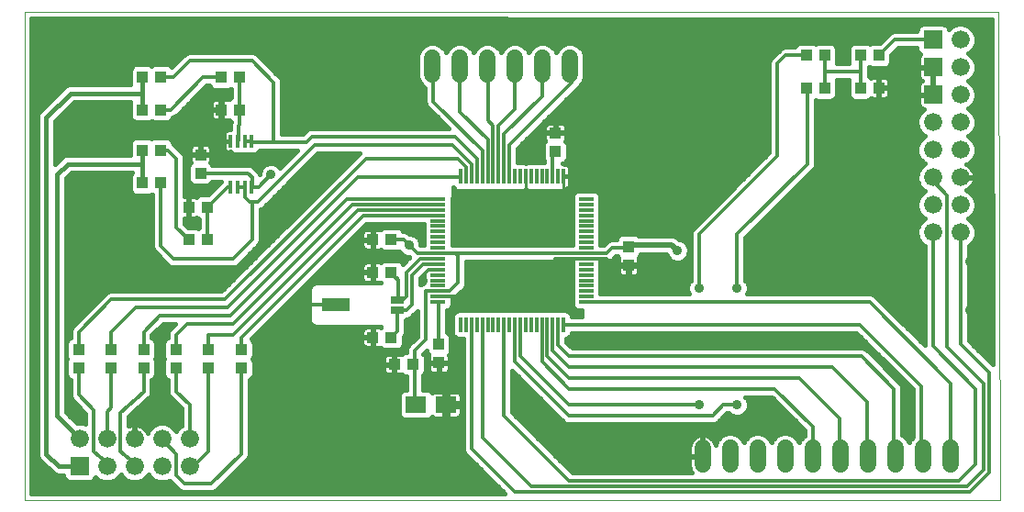
<source format=gtl>
G75*
%MOIN*%
%OFA0B0*%
%FSLAX25Y25*%
%IPPOS*%
%LPD*%
%AMOC8*
5,1,8,0,0,1.08239X$1,22.5*
%
%ADD10C,0.00000*%
%ADD11R,0.06600X0.06600*%
%ADD12C,0.06600*%
%ADD13R,0.01181X0.05315*%
%ADD14R,0.05315X0.01181*%
%ADD15C,0.06000*%
%ADD16R,0.01181X0.04724*%
%ADD17R,0.03937X0.04331*%
%ADD18R,0.04331X0.03937*%
%ADD19R,0.07677X0.05906*%
%ADD20R,0.05000X0.02500*%
%ADD21R,0.10000X0.05000*%
%ADD22C,0.01181*%
%ADD23C,0.01600*%
%ADD24C,0.03562*%
%ADD25C,0.01000*%
%ADD26C,0.01969*%
%ADD27C,0.01200*%
D10*
X0021485Y0001800D02*
X0021485Y0178965D01*
X0375186Y0178887D01*
X0375816Y0001800D01*
X0021485Y0001800D01*
D11*
X0041485Y0013926D03*
X0351485Y0148926D03*
X0351485Y0158926D03*
X0351485Y0168926D03*
D12*
X0361485Y0168926D03*
X0361485Y0158926D03*
X0361485Y0148926D03*
X0361485Y0138926D03*
X0351485Y0138926D03*
X0351485Y0128926D03*
X0361485Y0128926D03*
X0361485Y0118926D03*
X0351485Y0118926D03*
X0351485Y0108926D03*
X0361485Y0108926D03*
X0361485Y0098926D03*
X0351485Y0098926D03*
X0081485Y0023926D03*
X0071485Y0023926D03*
X0061485Y0023926D03*
X0051485Y0023926D03*
X0041485Y0023926D03*
X0051485Y0013926D03*
X0061485Y0013926D03*
X0071485Y0013926D03*
X0081485Y0013926D03*
D13*
X0179950Y0065481D03*
X0181918Y0065481D03*
X0183887Y0065481D03*
X0185855Y0065481D03*
X0187824Y0065481D03*
X0189792Y0065481D03*
X0191761Y0065481D03*
X0193729Y0065481D03*
X0195698Y0065481D03*
X0197666Y0065481D03*
X0199635Y0065481D03*
X0201603Y0065481D03*
X0203572Y0065481D03*
X0205540Y0065481D03*
X0207509Y0065481D03*
X0209477Y0065481D03*
X0211446Y0065481D03*
X0213414Y0065481D03*
X0215383Y0065481D03*
X0217351Y0065481D03*
X0217351Y0119221D03*
X0215383Y0119221D03*
X0213414Y0119221D03*
X0211446Y0119221D03*
X0209477Y0119221D03*
X0207509Y0119221D03*
X0205540Y0119221D03*
X0203572Y0119221D03*
X0201603Y0119221D03*
X0199635Y0119221D03*
X0197666Y0119221D03*
X0195698Y0119221D03*
X0193729Y0119221D03*
X0191761Y0119221D03*
X0189792Y0119221D03*
X0187824Y0119221D03*
X0185855Y0119221D03*
X0183887Y0119221D03*
X0181918Y0119221D03*
X0179950Y0119221D03*
D14*
X0171780Y0111052D03*
X0171780Y0109083D03*
X0171780Y0107115D03*
X0171780Y0105146D03*
X0171780Y0103178D03*
X0171780Y0101209D03*
X0171780Y0099241D03*
X0171780Y0097272D03*
X0171780Y0095304D03*
X0171780Y0093335D03*
X0171780Y0091367D03*
X0171780Y0089398D03*
X0171780Y0087430D03*
X0171780Y0085461D03*
X0171780Y0083493D03*
X0171780Y0081524D03*
X0171780Y0079556D03*
X0171780Y0077587D03*
X0171780Y0075619D03*
X0171780Y0073650D03*
X0225520Y0073650D03*
X0225520Y0075619D03*
X0225520Y0077587D03*
X0225520Y0079556D03*
X0225520Y0081524D03*
X0225520Y0083493D03*
X0225520Y0085461D03*
X0225520Y0087430D03*
X0225520Y0089398D03*
X0225520Y0091367D03*
X0225520Y0093335D03*
X0225520Y0095304D03*
X0225520Y0097272D03*
X0225520Y0099241D03*
X0225520Y0101209D03*
X0225520Y0103178D03*
X0225520Y0105146D03*
X0225520Y0107115D03*
X0225520Y0109083D03*
X0225520Y0111052D03*
D15*
X0219713Y0156280D02*
X0219713Y0162280D01*
X0209713Y0162280D02*
X0209713Y0156280D01*
X0199713Y0156280D02*
X0199713Y0162280D01*
X0189713Y0162280D02*
X0189713Y0156280D01*
X0179713Y0156280D02*
X0179713Y0162280D01*
X0169713Y0162280D02*
X0169713Y0156280D01*
X0267824Y0020548D02*
X0267824Y0014548D01*
X0277824Y0014548D02*
X0277824Y0020548D01*
X0287824Y0020548D02*
X0287824Y0014548D01*
X0297824Y0014548D02*
X0297824Y0020548D01*
X0307824Y0020548D02*
X0307824Y0014548D01*
X0317824Y0014548D02*
X0317824Y0020548D01*
X0327824Y0020548D02*
X0327824Y0014548D01*
X0337824Y0014548D02*
X0337824Y0020548D01*
X0347824Y0020548D02*
X0347824Y0014548D01*
X0357824Y0014548D02*
X0357824Y0020548D01*
D16*
X0104068Y0115532D03*
X0101509Y0115532D03*
X0098950Y0115532D03*
X0096391Y0115532D03*
X0096391Y0132166D03*
X0098950Y0132166D03*
X0101509Y0132166D03*
X0104068Y0132166D03*
D17*
X0085461Y0127194D03*
X0085461Y0120501D03*
X0071091Y0116957D03*
X0064398Y0116957D03*
X0081131Y0108099D03*
X0087824Y0108099D03*
X0087824Y0096288D03*
X0081131Y0096288D03*
X0071091Y0128769D03*
X0064398Y0128769D03*
X0064398Y0143532D03*
X0071091Y0143532D03*
X0071091Y0155343D03*
X0064398Y0155343D03*
X0092942Y0155343D03*
X0099635Y0155343D03*
X0099635Y0143532D03*
X0092942Y0143532D03*
X0240973Y0093729D03*
X0240973Y0087036D03*
X0172076Y0058296D03*
X0172076Y0051603D03*
X0305540Y0151406D03*
X0312233Y0151406D03*
X0325225Y0151406D03*
X0331918Y0151406D03*
X0331918Y0163217D03*
X0325225Y0163217D03*
X0312233Y0163217D03*
X0305540Y0163217D03*
D18*
X0214398Y0135068D03*
X0214398Y0128375D03*
X0154753Y0096288D03*
X0148060Y0096288D03*
X0148060Y0084477D03*
X0154753Y0084477D03*
X0154753Y0060855D03*
X0148060Y0060855D03*
X0155934Y0051013D03*
X0162627Y0051013D03*
X0100225Y0049635D03*
X0088414Y0049635D03*
X0076603Y0049635D03*
X0064792Y0049635D03*
X0052981Y0049635D03*
X0052981Y0056328D03*
X0064792Y0056328D03*
X0076603Y0056328D03*
X0088414Y0056328D03*
X0100225Y0056328D03*
X0041170Y0056328D03*
X0041170Y0049635D03*
D19*
X0163709Y0036249D03*
X0174536Y0036249D03*
D20*
X0157036Y0070816D03*
X0157036Y0074517D03*
D21*
X0134477Y0072666D03*
D22*
X0119910Y0072666D01*
X0100225Y0060855D02*
X0144517Y0105146D01*
X0171780Y0105146D01*
X0171780Y0107115D02*
X0142548Y0107115D01*
X0097272Y0061839D01*
X0088414Y0061839D01*
X0088414Y0056328D01*
X0076603Y0056328D02*
X0076603Y0061839D01*
X0080540Y0065776D01*
X0097272Y0065776D01*
X0140580Y0109083D01*
X0171780Y0109083D01*
X0171780Y0111052D02*
X0138611Y0111052D01*
X0096288Y0068729D01*
X0070698Y0068729D01*
X0064792Y0062824D01*
X0064792Y0056328D01*
X0052981Y0056328D02*
X0052981Y0062824D01*
X0061839Y0071682D01*
X0095304Y0071682D01*
X0142548Y0118926D01*
X0179654Y0118926D01*
X0179950Y0119221D01*
X0181918Y0119221D02*
X0181918Y0122863D01*
X0178965Y0125816D01*
X0145501Y0125816D01*
X0094320Y0074635D01*
X0052981Y0074635D01*
X0041170Y0062824D01*
X0041170Y0056328D01*
X0041170Y0049635D02*
X0041170Y0040186D01*
X0046583Y0034280D01*
X0046583Y0019517D01*
X0051013Y0015580D01*
X0051013Y0013611D01*
X0051328Y0013926D01*
X0051485Y0013926D01*
X0056426Y0019517D02*
X0056426Y0033296D01*
X0064792Y0041170D01*
X0064792Y0049635D01*
X0052981Y0049635D02*
X0052981Y0035265D01*
X0051485Y0033769D01*
X0051485Y0023926D01*
X0056426Y0019517D02*
X0061485Y0014950D01*
X0061485Y0013926D01*
X0071485Y0023650D02*
X0076603Y0018532D01*
X0076603Y0010658D01*
X0079556Y0007706D01*
X0089398Y0007706D01*
X0100225Y0018532D01*
X0100225Y0049635D01*
X0088414Y0049635D02*
X0088414Y0019517D01*
X0082824Y0013926D01*
X0081485Y0013926D01*
X0081485Y0023926D02*
X0081485Y0036288D01*
X0076603Y0041170D01*
X0076603Y0049635D01*
X0100225Y0056328D02*
X0100225Y0060855D01*
X0154753Y0060855D02*
X0157036Y0063139D01*
X0157036Y0070816D01*
X0157154Y0070698D01*
X0160265Y0070698D01*
X0162233Y0072666D01*
X0162233Y0083493D01*
X0166170Y0087430D01*
X0171780Y0087430D01*
X0171780Y0089398D02*
X0165186Y0089398D01*
X0160265Y0084477D01*
X0160265Y0075619D01*
X0159280Y0074635D01*
X0157154Y0074635D01*
X0157036Y0074517D01*
X0157312Y0074792D01*
X0157312Y0081524D01*
X0157036Y0082233D01*
X0157312Y0081524D02*
X0154753Y0084477D01*
X0164202Y0091367D02*
X0161249Y0094320D01*
X0159280Y0096288D01*
X0154753Y0096288D01*
X0164202Y0091367D02*
X0171780Y0091367D01*
X0177981Y0091367D01*
X0178965Y0090383D01*
X0178965Y0080540D01*
X0176013Y0077587D01*
X0171780Y0077587D01*
X0167154Y0077587D01*
X0167154Y0059871D01*
X0163217Y0055934D01*
X0163217Y0051013D01*
X0163217Y0036741D01*
X0163709Y0036249D01*
X0187824Y0024438D02*
X0187824Y0065481D01*
X0183887Y0065481D02*
X0183887Y0020501D01*
X0199635Y0004753D01*
X0364989Y0004753D01*
X0371879Y0011643D01*
X0371879Y0048060D01*
X0361485Y0058454D01*
X0361485Y0098926D01*
X0351485Y0098926D02*
X0351485Y0057627D01*
X0366957Y0042154D01*
X0366957Y0014595D01*
X0361052Y0008690D01*
X0219320Y0008690D01*
X0195698Y0032312D01*
X0195698Y0065481D01*
X0199635Y0065481D02*
X0199635Y0051997D01*
X0219320Y0032312D01*
X0271485Y0032312D01*
X0275422Y0036249D01*
X0280343Y0036249D01*
X0294123Y0042154D02*
X0307902Y0028375D01*
X0307902Y0017627D01*
X0307824Y0017548D01*
X0317745Y0017627D02*
X0317824Y0017548D01*
X0317745Y0017627D02*
X0317745Y0031328D01*
X0302981Y0046091D01*
X0219320Y0046091D01*
X0211446Y0053965D01*
X0211446Y0065481D01*
X0213414Y0065481D02*
X0213414Y0055934D01*
X0219320Y0050028D01*
X0314792Y0050028D01*
X0327587Y0037233D01*
X0327587Y0017784D01*
X0327824Y0017548D01*
X0337430Y0017942D02*
X0337430Y0042154D01*
X0325619Y0053965D01*
X0219320Y0053965D01*
X0215383Y0057902D01*
X0215383Y0065481D01*
X0217351Y0065481D02*
X0324930Y0065481D01*
X0347272Y0043139D01*
X0347272Y0018099D01*
X0347824Y0017548D01*
X0357824Y0017548D02*
X0358099Y0017824D01*
X0358099Y0044123D01*
X0328572Y0073650D01*
X0225520Y0073650D01*
X0214398Y0077587D02*
X0214398Y0089398D01*
X0225520Y0089398D01*
X0233099Y0089398D01*
X0235461Y0087036D01*
X0240973Y0087036D01*
X0235068Y0093335D02*
X0233099Y0091367D01*
X0225520Y0091367D01*
X0171780Y0091367D01*
X0171780Y0085461D02*
X0168139Y0085461D01*
X0166170Y0083493D01*
X0166170Y0081524D01*
X0171780Y0075619D02*
X0183887Y0075619D01*
X0172076Y0073355D02*
X0171780Y0073650D01*
X0172076Y0073355D02*
X0172076Y0058296D01*
X0163217Y0051013D02*
X0162627Y0051013D01*
X0201603Y0053965D02*
X0219320Y0036249D01*
X0266564Y0036249D01*
X0294123Y0042154D02*
X0219320Y0042154D01*
X0209477Y0051997D01*
X0209477Y0065481D01*
X0201603Y0065481D02*
X0201603Y0053965D01*
X0187824Y0024438D02*
X0205540Y0006721D01*
X0364005Y0006721D01*
X0369910Y0012627D01*
X0369910Y0044123D01*
X0356623Y0057410D01*
X0356623Y0112528D01*
X0351485Y0117666D01*
X0351485Y0118926D01*
X0305934Y0123847D02*
X0305934Y0151013D01*
X0305540Y0151406D01*
X0305934Y0151406D01*
X0312233Y0151406D02*
X0312233Y0157312D01*
X0325225Y0157312D01*
X0325225Y0163217D01*
X0331918Y0163217D02*
X0337627Y0168926D01*
X0351485Y0168926D01*
X0325225Y0157312D02*
X0325225Y0151406D01*
X0312233Y0157312D02*
X0312233Y0163217D01*
X0305934Y0163217D02*
X0305540Y0163217D01*
X0298060Y0163217D01*
X0295107Y0160265D01*
X0295107Y0126800D01*
X0266564Y0098257D01*
X0266564Y0078572D01*
X0280343Y0078572D02*
X0280343Y0098257D01*
X0305934Y0123847D01*
X0240973Y0093729D02*
X0240580Y0093335D01*
X0235068Y0093335D01*
X0213414Y0119221D02*
X0213414Y0127391D01*
X0214398Y0128375D01*
X0197666Y0130737D02*
X0220304Y0153375D01*
X0220304Y0158690D01*
X0219713Y0159280D01*
X0209713Y0159280D02*
X0209477Y0159044D01*
X0209477Y0148454D01*
X0195698Y0134674D01*
X0195698Y0119221D01*
X0197666Y0119221D02*
X0197666Y0130737D01*
X0189792Y0132706D02*
X0189792Y0119221D01*
X0187824Y0119221D02*
X0187824Y0128769D01*
X0170107Y0146485D01*
X0170107Y0158887D01*
X0169713Y0159280D01*
X0179713Y0159280D02*
X0179713Y0142784D01*
X0189792Y0132706D01*
X0191761Y0137627D02*
X0189792Y0139595D01*
X0189792Y0159202D01*
X0189713Y0159280D01*
X0199713Y0159280D02*
X0199713Y0143611D01*
X0193729Y0137627D01*
X0193729Y0119221D01*
X0191761Y0119221D02*
X0191761Y0137627D01*
X0185855Y0125816D02*
X0177981Y0133690D01*
X0125816Y0133690D01*
X0123847Y0131721D01*
X0112036Y0131721D01*
X0112036Y0153375D01*
X0104162Y0161249D01*
X0081524Y0161249D01*
X0075619Y0155343D01*
X0071091Y0155343D01*
X0099635Y0155343D02*
X0099635Y0143532D01*
X0099635Y0138020D01*
X0099241Y0137627D01*
X0099241Y0132457D01*
X0098950Y0132166D01*
X0101509Y0132166D02*
X0104068Y0132166D01*
X0104513Y0131721D01*
X0112036Y0131721D01*
X0126800Y0130737D02*
X0176997Y0130737D01*
X0183887Y0123847D01*
X0183887Y0119221D01*
X0185855Y0119221D02*
X0185855Y0125816D01*
X0126800Y0130737D02*
X0106131Y0110068D01*
X0104162Y0110068D01*
X0104162Y0096288D01*
X0097272Y0089398D01*
X0075619Y0089398D01*
X0071091Y0093926D01*
X0071091Y0116957D01*
X0085461Y0120501D02*
X0102587Y0120501D01*
X0104162Y0118926D01*
X0104162Y0115627D01*
X0104068Y0115532D01*
X0106674Y0115532D01*
X0111052Y0119910D01*
X0101509Y0115532D02*
X0098950Y0115532D01*
X0101509Y0115532D02*
X0101509Y0111737D01*
X0103178Y0110068D01*
X0104162Y0110068D01*
X0096391Y0115532D02*
X0095257Y0115532D01*
X0087824Y0108099D01*
X0087824Y0096288D01*
X0081131Y0096288D02*
X0076603Y0100816D01*
X0076603Y0125816D01*
X0073650Y0128769D01*
X0071091Y0128769D01*
X0071485Y0023926D02*
X0071485Y0023650D01*
X0041485Y0023926D02*
X0041485Y0024123D01*
X0337430Y0017942D02*
X0337824Y0017548D01*
D23*
X0342824Y0022588D02*
X0342402Y0023607D01*
X0340882Y0025126D01*
X0340420Y0025317D01*
X0340420Y0042749D01*
X0339965Y0043848D01*
X0328154Y0055659D01*
X0327313Y0056501D01*
X0326214Y0056956D01*
X0220558Y0056956D01*
X0218373Y0059141D01*
X0218373Y0060424D01*
X0218419Y0060424D01*
X0219301Y0060789D01*
X0219976Y0061464D01*
X0220342Y0062346D01*
X0220342Y0062491D01*
X0323691Y0062491D01*
X0344282Y0041900D01*
X0344282Y0024643D01*
X0343246Y0023607D01*
X0342824Y0022588D01*
X0343818Y0024179D02*
X0341829Y0024179D01*
X0340420Y0025778D02*
X0344282Y0025778D01*
X0344282Y0027376D02*
X0340420Y0027376D01*
X0340420Y0028975D02*
X0344282Y0028975D01*
X0344282Y0030573D02*
X0340420Y0030573D01*
X0340420Y0032172D02*
X0344282Y0032172D01*
X0344282Y0033770D02*
X0340420Y0033770D01*
X0340420Y0035369D02*
X0344282Y0035369D01*
X0344282Y0036967D02*
X0340420Y0036967D01*
X0340420Y0038566D02*
X0344282Y0038566D01*
X0344282Y0040164D02*
X0340420Y0040164D01*
X0340420Y0041763D02*
X0344282Y0041763D01*
X0342820Y0043361D02*
X0340167Y0043361D01*
X0341222Y0044960D02*
X0338854Y0044960D01*
X0339623Y0046558D02*
X0337255Y0046558D01*
X0338025Y0048157D02*
X0335657Y0048157D01*
X0336426Y0049755D02*
X0334058Y0049755D01*
X0334828Y0051354D02*
X0332460Y0051354D01*
X0333229Y0052952D02*
X0330861Y0052952D01*
X0331631Y0054551D02*
X0329263Y0054551D01*
X0330032Y0056149D02*
X0327664Y0056149D01*
X0328434Y0057748D02*
X0219766Y0057748D01*
X0218373Y0059346D02*
X0326835Y0059346D01*
X0325237Y0060945D02*
X0219457Y0060945D01*
X0220342Y0068472D02*
X0220342Y0068616D01*
X0219976Y0069498D01*
X0219301Y0070173D01*
X0218419Y0070539D01*
X0178882Y0070539D01*
X0178000Y0070173D01*
X0177324Y0069498D01*
X0176959Y0068616D01*
X0176959Y0062346D01*
X0177324Y0061464D01*
X0178000Y0060789D01*
X0178882Y0060424D01*
X0180896Y0060424D01*
X0180896Y0019906D01*
X0181351Y0018807D01*
X0195958Y0004200D01*
X0023885Y0004200D01*
X0023885Y0176565D01*
X0372794Y0176487D01*
X0373241Y0050927D01*
X0364476Y0059692D01*
X0364476Y0093995D01*
X0364714Y0094094D01*
X0366317Y0095697D01*
X0367185Y0097792D01*
X0367185Y0100060D01*
X0366317Y0102155D01*
X0364714Y0103758D01*
X0364309Y0103926D01*
X0364714Y0104094D01*
X0366317Y0105697D01*
X0367185Y0107792D01*
X0367185Y0110060D01*
X0366317Y0112155D01*
X0364714Y0113758D01*
X0363535Y0114247D01*
X0364158Y0114564D01*
X0364807Y0115036D01*
X0365375Y0115604D01*
X0365847Y0116253D01*
X0366211Y0116968D01*
X0366459Y0117732D01*
X0366585Y0118525D01*
X0366585Y0118742D01*
X0361669Y0118742D01*
X0361669Y0119110D01*
X0366585Y0119110D01*
X0366585Y0119327D01*
X0366459Y0120120D01*
X0366211Y0120884D01*
X0365847Y0121599D01*
X0365375Y0122248D01*
X0364807Y0122816D01*
X0364158Y0123288D01*
X0363535Y0123605D01*
X0364714Y0124094D01*
X0366317Y0125697D01*
X0367185Y0127792D01*
X0367185Y0130060D01*
X0366317Y0132155D01*
X0364714Y0133758D01*
X0364309Y0133926D01*
X0364714Y0134094D01*
X0366317Y0135697D01*
X0367185Y0137792D01*
X0367185Y0140060D01*
X0366317Y0142155D01*
X0364714Y0143758D01*
X0364309Y0143926D01*
X0364714Y0144094D01*
X0366317Y0145697D01*
X0367185Y0147792D01*
X0367185Y0150060D01*
X0366317Y0152155D01*
X0364714Y0153758D01*
X0364309Y0153926D01*
X0364714Y0154094D01*
X0366317Y0155697D01*
X0367185Y0157792D01*
X0367185Y0160060D01*
X0366317Y0162155D01*
X0364714Y0163758D01*
X0364309Y0163926D01*
X0364714Y0164094D01*
X0366317Y0165697D01*
X0367185Y0167792D01*
X0367185Y0170060D01*
X0366317Y0172155D01*
X0364714Y0173758D01*
X0362619Y0174626D01*
X0360351Y0174626D01*
X0358256Y0173758D01*
X0357185Y0172687D01*
X0357185Y0172703D01*
X0356820Y0173585D01*
X0356145Y0174261D01*
X0355262Y0174626D01*
X0347708Y0174626D01*
X0346826Y0174261D01*
X0346150Y0173585D01*
X0345785Y0172703D01*
X0345785Y0171917D01*
X0337032Y0171917D01*
X0335933Y0171461D01*
X0332254Y0167783D01*
X0329472Y0167783D01*
X0328590Y0167417D01*
X0328572Y0167399D01*
X0328553Y0167417D01*
X0327671Y0167783D01*
X0322779Y0167783D01*
X0321897Y0167417D01*
X0321222Y0166742D01*
X0320857Y0165860D01*
X0320857Y0160575D01*
X0320969Y0160302D01*
X0316489Y0160302D01*
X0316602Y0160575D01*
X0316602Y0165860D01*
X0316236Y0166742D01*
X0315561Y0167417D01*
X0314679Y0167783D01*
X0309787Y0167783D01*
X0308905Y0167417D01*
X0308887Y0167399D01*
X0308868Y0167417D01*
X0307986Y0167783D01*
X0303094Y0167783D01*
X0302212Y0167417D01*
X0301537Y0166742D01*
X0301316Y0166208D01*
X0297465Y0166208D01*
X0296366Y0165753D01*
X0293413Y0162800D01*
X0292572Y0161959D01*
X0292117Y0160859D01*
X0292117Y0128039D01*
X0264870Y0100792D01*
X0264029Y0099951D01*
X0263573Y0098852D01*
X0263573Y0081494D01*
X0263019Y0080940D01*
X0262383Y0079403D01*
X0262383Y0077740D01*
X0262838Y0076641D01*
X0230578Y0076641D01*
X0230578Y0088376D01*
X0233694Y0088376D01*
X0234793Y0088832D01*
X0236306Y0090345D01*
X0236912Y0090345D01*
X0236970Y0090204D01*
X0237317Y0089857D01*
X0237205Y0089439D01*
X0237205Y0087220D01*
X0240789Y0087220D01*
X0240789Y0086852D01*
X0241157Y0086852D01*
X0241157Y0083071D01*
X0243179Y0083071D01*
X0243637Y0083194D01*
X0244047Y0083430D01*
X0244382Y0083766D01*
X0244619Y0084176D01*
X0244742Y0084634D01*
X0244742Y0086852D01*
X0241158Y0086852D01*
X0241158Y0087220D01*
X0244742Y0087220D01*
X0244742Y0089439D01*
X0244629Y0089857D01*
X0244976Y0090204D01*
X0245279Y0090935D01*
X0254751Y0090935D01*
X0255145Y0089983D01*
X0256321Y0088807D01*
X0257858Y0088170D01*
X0259521Y0088170D01*
X0261058Y0088807D01*
X0262234Y0089983D01*
X0262871Y0091520D01*
X0262871Y0093183D01*
X0262234Y0094720D01*
X0261058Y0095896D01*
X0259521Y0096532D01*
X0259295Y0096532D01*
X0258638Y0097189D01*
X0257394Y0097704D01*
X0244526Y0097704D01*
X0244301Y0097929D01*
X0243419Y0098294D01*
X0238527Y0098294D01*
X0237645Y0097929D01*
X0236970Y0097254D01*
X0236605Y0096372D01*
X0236605Y0096326D01*
X0234473Y0096326D01*
X0233374Y0095871D01*
X0232532Y0095029D01*
X0231860Y0094357D01*
X0230578Y0094357D01*
X0230578Y0112120D01*
X0230213Y0113002D01*
X0229537Y0113677D01*
X0228655Y0114043D01*
X0222386Y0114043D01*
X0221503Y0113677D01*
X0220828Y0113002D01*
X0220463Y0112120D01*
X0220463Y0094357D01*
X0176838Y0094357D01*
X0176838Y0111403D01*
X0177244Y0112384D01*
X0177244Y0115398D01*
X0177324Y0115204D01*
X0178000Y0114529D01*
X0178882Y0114164D01*
X0202671Y0114164D01*
X0203553Y0114529D01*
X0203572Y0114548D01*
X0203590Y0114529D01*
X0204472Y0114164D01*
X0216451Y0114164D01*
X0217333Y0114529D01*
X0217567Y0114764D01*
X0218179Y0114764D01*
X0218637Y0114886D01*
X0219047Y0115123D01*
X0219382Y0115459D01*
X0219619Y0115869D01*
X0219742Y0116327D01*
X0219742Y0119221D01*
X0218373Y0119221D01*
X0218373Y0119221D01*
X0219742Y0119221D01*
X0219742Y0122116D01*
X0219619Y0122574D01*
X0219382Y0122984D01*
X0219047Y0123319D01*
X0218637Y0123556D01*
X0218179Y0123679D01*
X0217567Y0123679D01*
X0217333Y0123913D01*
X0217075Y0124020D01*
X0217923Y0124372D01*
X0218598Y0125047D01*
X0218964Y0125929D01*
X0218964Y0130821D01*
X0218598Y0131703D01*
X0218115Y0132186D01*
X0218241Y0132404D01*
X0218364Y0132862D01*
X0218364Y0134883D01*
X0214583Y0134883D01*
X0214583Y0135252D01*
X0218364Y0135252D01*
X0218364Y0137273D01*
X0218241Y0137731D01*
X0218004Y0138141D01*
X0217669Y0138477D01*
X0217259Y0138714D01*
X0216801Y0138836D01*
X0214583Y0138836D01*
X0214583Y0135252D01*
X0214214Y0135252D01*
X0214214Y0134883D01*
X0210433Y0134883D01*
X0210433Y0132862D01*
X0210556Y0132404D01*
X0210682Y0132186D01*
X0210198Y0131703D01*
X0209833Y0130821D01*
X0209833Y0125929D01*
X0210198Y0125047D01*
X0210424Y0124822D01*
X0210424Y0124279D01*
X0204472Y0124279D01*
X0203590Y0123913D01*
X0203572Y0123895D01*
X0203553Y0123913D01*
X0202671Y0124279D01*
X0200657Y0124279D01*
X0200657Y0129498D01*
X0221998Y0150840D01*
X0222839Y0151681D01*
X0222902Y0151832D01*
X0224291Y0153221D01*
X0225113Y0155206D01*
X0225113Y0163354D01*
X0224291Y0165339D01*
X0222772Y0166858D01*
X0220788Y0167680D01*
X0218639Y0167680D01*
X0216655Y0166858D01*
X0215135Y0165339D01*
X0214713Y0164320D01*
X0214291Y0165339D01*
X0212772Y0166858D01*
X0210788Y0167680D01*
X0208639Y0167680D01*
X0206655Y0166858D01*
X0205135Y0165339D01*
X0204713Y0164320D01*
X0204291Y0165339D01*
X0202772Y0166858D01*
X0200788Y0167680D01*
X0198639Y0167680D01*
X0196655Y0166858D01*
X0195135Y0165339D01*
X0194713Y0164320D01*
X0194291Y0165339D01*
X0192772Y0166858D01*
X0190788Y0167680D01*
X0188639Y0167680D01*
X0186655Y0166858D01*
X0185135Y0165339D01*
X0184713Y0164320D01*
X0184291Y0165339D01*
X0182772Y0166858D01*
X0180788Y0167680D01*
X0178639Y0167680D01*
X0176655Y0166858D01*
X0175135Y0165339D01*
X0174713Y0164320D01*
X0174291Y0165339D01*
X0172772Y0166858D01*
X0170788Y0167680D01*
X0168639Y0167680D01*
X0166655Y0166858D01*
X0165135Y0165339D01*
X0164313Y0163354D01*
X0164313Y0155206D01*
X0165135Y0153221D01*
X0166655Y0151702D01*
X0167117Y0151511D01*
X0167117Y0145890D01*
X0167572Y0144791D01*
X0168413Y0143950D01*
X0175683Y0136680D01*
X0125221Y0136680D01*
X0124122Y0136225D01*
X0122609Y0134712D01*
X0115027Y0134712D01*
X0115027Y0153970D01*
X0114571Y0155069D01*
X0113730Y0155910D01*
X0105856Y0163784D01*
X0104757Y0164239D01*
X0080930Y0164239D01*
X0079830Y0163784D01*
X0078989Y0162943D01*
X0075004Y0158958D01*
X0074419Y0159543D01*
X0073537Y0159909D01*
X0068645Y0159909D01*
X0067763Y0159543D01*
X0067745Y0159525D01*
X0067726Y0159543D01*
X0066844Y0159909D01*
X0061953Y0159909D01*
X0061070Y0159543D01*
X0060395Y0158868D01*
X0060030Y0157986D01*
X0060030Y0152701D01*
X0060056Y0152638D01*
X0037581Y0152638D01*
X0036405Y0152151D01*
X0035504Y0151250D01*
X0026646Y0142392D01*
X0026159Y0141216D01*
X0026159Y0017896D01*
X0026646Y0016720D01*
X0027546Y0015819D01*
X0032153Y0011213D01*
X0033329Y0010726D01*
X0035785Y0010726D01*
X0035785Y0010149D01*
X0036150Y0009266D01*
X0036826Y0008591D01*
X0037708Y0008226D01*
X0045262Y0008226D01*
X0046145Y0008591D01*
X0046820Y0009266D01*
X0047185Y0010149D01*
X0047185Y0010165D01*
X0048256Y0009094D01*
X0050351Y0008226D01*
X0052619Y0008226D01*
X0054714Y0009094D01*
X0056317Y0010697D01*
X0056485Y0011102D01*
X0056653Y0010697D01*
X0058256Y0009094D01*
X0060351Y0008226D01*
X0062619Y0008226D01*
X0064714Y0009094D01*
X0066317Y0010697D01*
X0066485Y0011102D01*
X0066653Y0010697D01*
X0068256Y0009094D01*
X0070351Y0008226D01*
X0072619Y0008226D01*
X0074166Y0008867D01*
X0077021Y0006011D01*
X0077862Y0005170D01*
X0078961Y0004715D01*
X0089993Y0004715D01*
X0091092Y0005170D01*
X0101919Y0015997D01*
X0102760Y0016838D01*
X0103216Y0017937D01*
X0103216Y0045410D01*
X0103750Y0045632D01*
X0104425Y0046307D01*
X0104791Y0047189D01*
X0104791Y0052081D01*
X0104425Y0052963D01*
X0104407Y0052981D01*
X0104425Y0053000D01*
X0104791Y0053882D01*
X0104791Y0058773D01*
X0104425Y0059656D01*
X0103840Y0060241D01*
X0145755Y0102156D01*
X0166723Y0102156D01*
X0166723Y0094357D01*
X0165440Y0094357D01*
X0165430Y0094368D01*
X0165430Y0095151D01*
X0164793Y0096688D01*
X0163617Y0097864D01*
X0162080Y0098501D01*
X0161297Y0098501D01*
X0160974Y0098823D01*
X0159875Y0099279D01*
X0159092Y0099279D01*
X0158953Y0099616D01*
X0158278Y0100291D01*
X0157395Y0100657D01*
X0152110Y0100657D01*
X0151228Y0100291D01*
X0150881Y0099944D01*
X0150462Y0100057D01*
X0148244Y0100057D01*
X0148244Y0096473D01*
X0147876Y0096473D01*
X0147876Y0100057D01*
X0145658Y0100057D01*
X0145200Y0099934D01*
X0144789Y0099697D01*
X0144454Y0099362D01*
X0144217Y0098951D01*
X0144094Y0098494D01*
X0144094Y0096472D01*
X0147876Y0096472D01*
X0147876Y0096104D01*
X0148244Y0096104D01*
X0148244Y0092520D01*
X0150462Y0092520D01*
X0150881Y0092632D01*
X0151228Y0092285D01*
X0152110Y0091920D01*
X0157395Y0091920D01*
X0157670Y0092033D01*
X0157704Y0091951D01*
X0158880Y0090775D01*
X0160417Y0090139D01*
X0161201Y0090139D01*
X0161449Y0089891D01*
X0159073Y0087515D01*
X0158953Y0087805D01*
X0158278Y0088480D01*
X0157395Y0088846D01*
X0152110Y0088846D01*
X0151228Y0088480D01*
X0150881Y0088133D01*
X0150462Y0088246D01*
X0148244Y0088246D01*
X0148244Y0084661D01*
X0147876Y0084661D01*
X0147876Y0084293D01*
X0148244Y0084293D01*
X0148244Y0080709D01*
X0150462Y0080709D01*
X0150881Y0080821D01*
X0151124Y0080578D01*
X0127189Y0080578D01*
X0126090Y0080123D01*
X0125249Y0079281D01*
X0124794Y0078182D01*
X0124794Y0067150D01*
X0125249Y0066051D01*
X0126090Y0065210D01*
X0127189Y0064754D01*
X0151124Y0064754D01*
X0150881Y0064511D01*
X0150462Y0064624D01*
X0148244Y0064624D01*
X0148244Y0061039D01*
X0147876Y0061039D01*
X0147876Y0060671D01*
X0148244Y0060671D01*
X0148244Y0057087D01*
X0150462Y0057087D01*
X0150881Y0057199D01*
X0151228Y0056852D01*
X0152110Y0056487D01*
X0157395Y0056487D01*
X0158278Y0056852D01*
X0158953Y0057527D01*
X0159318Y0058409D01*
X0159318Y0061191D01*
X0159571Y0061445D01*
X0160027Y0062544D01*
X0160027Y0067171D01*
X0160896Y0067531D01*
X0161222Y0067857D01*
X0161959Y0068162D01*
X0162800Y0069004D01*
X0164164Y0070368D01*
X0164164Y0061110D01*
X0160682Y0057628D01*
X0160227Y0056529D01*
X0160227Y0055381D01*
X0159984Y0055381D01*
X0159102Y0055016D01*
X0158755Y0054669D01*
X0158336Y0054781D01*
X0156118Y0054781D01*
X0156118Y0051197D01*
X0155750Y0051197D01*
X0155750Y0054781D01*
X0153532Y0054781D01*
X0153074Y0054658D01*
X0152663Y0054421D01*
X0152328Y0054086D01*
X0152091Y0053676D01*
X0151969Y0053218D01*
X0151969Y0051197D01*
X0155750Y0051197D01*
X0155750Y0050828D01*
X0156118Y0050828D01*
X0156118Y0047244D01*
X0158336Y0047244D01*
X0158755Y0047356D01*
X0159102Y0047009D01*
X0159984Y0046644D01*
X0160227Y0046644D01*
X0160227Y0041602D01*
X0159393Y0041602D01*
X0158511Y0041236D01*
X0157836Y0040561D01*
X0157471Y0039679D01*
X0157471Y0032819D01*
X0157836Y0031937D01*
X0158511Y0031261D01*
X0159393Y0030896D01*
X0168025Y0030896D01*
X0168908Y0031261D01*
X0169547Y0031901D01*
X0169592Y0031856D01*
X0170003Y0031619D01*
X0170461Y0031496D01*
X0173860Y0031496D01*
X0173860Y0035572D01*
X0175213Y0035572D01*
X0175213Y0036925D01*
X0180175Y0036925D01*
X0180175Y0039439D01*
X0180052Y0039896D01*
X0179815Y0040307D01*
X0179480Y0040642D01*
X0179070Y0040879D01*
X0178612Y0041002D01*
X0175213Y0041002D01*
X0175213Y0036925D01*
X0173860Y0036925D01*
X0173860Y0041002D01*
X0170461Y0041002D01*
X0170003Y0040879D01*
X0169592Y0040642D01*
X0169547Y0040597D01*
X0168908Y0041236D01*
X0168025Y0041602D01*
X0166208Y0041602D01*
X0166208Y0047066D01*
X0166827Y0047685D01*
X0167192Y0048567D01*
X0167192Y0053458D01*
X0166827Y0054341D01*
X0166340Y0054827D01*
X0167707Y0056194D01*
X0167707Y0055653D01*
X0168072Y0054771D01*
X0168419Y0054424D01*
X0168307Y0054005D01*
X0168307Y0051787D01*
X0171891Y0051787D01*
X0171891Y0051419D01*
X0168307Y0051419D01*
X0168307Y0049201D01*
X0168430Y0048743D01*
X0168667Y0048333D01*
X0169002Y0047997D01*
X0169412Y0047760D01*
X0169870Y0047638D01*
X0171891Y0047638D01*
X0171891Y0051419D01*
X0172260Y0051419D01*
X0172260Y0051787D01*
X0175844Y0051787D01*
X0175844Y0054005D01*
X0175732Y0054424D01*
X0176079Y0054771D01*
X0176444Y0055653D01*
X0176444Y0060939D01*
X0176079Y0061821D01*
X0175404Y0062496D01*
X0175066Y0062636D01*
X0175066Y0070722D01*
X0175797Y0071025D01*
X0176472Y0071700D01*
X0176838Y0072582D01*
X0176838Y0074692D01*
X0177707Y0075052D01*
X0178548Y0075893D01*
X0181501Y0078846D01*
X0181956Y0079945D01*
X0181956Y0088376D01*
X0220463Y0088376D01*
X0220463Y0072582D01*
X0220828Y0071700D01*
X0221503Y0071025D01*
X0222386Y0070660D01*
X0223994Y0070660D01*
X0223994Y0068472D01*
X0220342Y0068472D01*
X0220209Y0068937D02*
X0223994Y0068937D01*
X0223994Y0070536D02*
X0218425Y0070536D01*
X0220649Y0072134D02*
X0176652Y0072134D01*
X0176838Y0073733D02*
X0220463Y0073733D01*
X0220463Y0075332D02*
X0177986Y0075332D01*
X0179585Y0076930D02*
X0220463Y0076930D01*
X0220463Y0078529D02*
X0181183Y0078529D01*
X0181956Y0080127D02*
X0220463Y0080127D01*
X0220463Y0081726D02*
X0181956Y0081726D01*
X0181956Y0083324D02*
X0220463Y0083324D01*
X0220463Y0084923D02*
X0181956Y0084923D01*
X0181956Y0086521D02*
X0220463Y0086521D01*
X0220463Y0088120D02*
X0181956Y0088120D01*
X0176838Y0094514D02*
X0220463Y0094514D01*
X0220463Y0096112D02*
X0176838Y0096112D01*
X0176838Y0097711D02*
X0220463Y0097711D01*
X0220463Y0099309D02*
X0176838Y0099309D01*
X0176838Y0100908D02*
X0220463Y0100908D01*
X0220463Y0102506D02*
X0176838Y0102506D01*
X0176838Y0104105D02*
X0220463Y0104105D01*
X0220463Y0105703D02*
X0176838Y0105703D01*
X0176838Y0107302D02*
X0220463Y0107302D01*
X0220463Y0108900D02*
X0176838Y0108900D01*
X0176838Y0110499D02*
X0220463Y0110499D01*
X0220463Y0112097D02*
X0177125Y0112097D01*
X0177244Y0113696D02*
X0221549Y0113696D01*
X0219218Y0115294D02*
X0279372Y0115294D01*
X0277774Y0113696D02*
X0229492Y0113696D01*
X0230578Y0112097D02*
X0276175Y0112097D01*
X0274577Y0110499D02*
X0230578Y0110499D01*
X0230578Y0108900D02*
X0272978Y0108900D01*
X0271380Y0107302D02*
X0230578Y0107302D01*
X0230578Y0105703D02*
X0269781Y0105703D01*
X0268183Y0104105D02*
X0230578Y0104105D01*
X0230578Y0102506D02*
X0266584Y0102506D01*
X0264986Y0100908D02*
X0230578Y0100908D01*
X0230578Y0099309D02*
X0263763Y0099309D01*
X0263573Y0097711D02*
X0244520Y0097711D01*
X0237427Y0097711D02*
X0230578Y0097711D01*
X0230578Y0096112D02*
X0233957Y0096112D01*
X0232017Y0094514D02*
X0230578Y0094514D01*
X0235680Y0089718D02*
X0237280Y0089718D01*
X0237205Y0088120D02*
X0230578Y0088120D01*
X0230578Y0086521D02*
X0237205Y0086521D01*
X0237205Y0086852D02*
X0237205Y0084634D01*
X0237327Y0084176D01*
X0237564Y0083766D01*
X0237899Y0083430D01*
X0238310Y0083194D01*
X0238768Y0083071D01*
X0240789Y0083071D01*
X0240789Y0086852D01*
X0237205Y0086852D01*
X0237205Y0084923D02*
X0230578Y0084923D01*
X0230578Y0083324D02*
X0238084Y0083324D01*
X0240789Y0083324D02*
X0241157Y0083324D01*
X0241157Y0084923D02*
X0240789Y0084923D01*
X0240789Y0086521D02*
X0241157Y0086521D01*
X0244742Y0086521D02*
X0263573Y0086521D01*
X0263573Y0084923D02*
X0244742Y0084923D01*
X0243863Y0083324D02*
X0263573Y0083324D01*
X0263573Y0081726D02*
X0230578Y0081726D01*
X0230578Y0080127D02*
X0262682Y0080127D01*
X0262383Y0078529D02*
X0230578Y0078529D01*
X0230578Y0076930D02*
X0262718Y0076930D01*
X0263573Y0088120D02*
X0244742Y0088120D01*
X0244667Y0089718D02*
X0255410Y0089718D01*
X0261970Y0089718D02*
X0263573Y0089718D01*
X0263573Y0091317D02*
X0262787Y0091317D01*
X0262871Y0092915D02*
X0263573Y0092915D01*
X0263573Y0094514D02*
X0262320Y0094514D01*
X0263573Y0096112D02*
X0260536Y0096112D01*
X0283334Y0096112D02*
X0346481Y0096112D01*
X0346653Y0095697D02*
X0348256Y0094094D01*
X0348494Y0093995D01*
X0348494Y0057957D01*
X0331107Y0075344D01*
X0330266Y0076186D01*
X0329167Y0076641D01*
X0284069Y0076641D01*
X0284524Y0077740D01*
X0284524Y0079403D01*
X0283888Y0080940D01*
X0283334Y0081494D01*
X0283334Y0097018D01*
X0307628Y0121312D01*
X0308469Y0122153D01*
X0308924Y0123252D01*
X0308924Y0147198D01*
X0309787Y0146841D01*
X0314679Y0146841D01*
X0315561Y0147206D01*
X0316236Y0147881D01*
X0316602Y0148764D01*
X0316602Y0154049D01*
X0316489Y0154321D01*
X0320969Y0154321D01*
X0320857Y0154049D01*
X0320857Y0148764D01*
X0321222Y0147881D01*
X0321897Y0147206D01*
X0322779Y0146841D01*
X0327671Y0146841D01*
X0328553Y0147206D01*
X0329037Y0147690D01*
X0329255Y0147564D01*
X0329713Y0147441D01*
X0331734Y0147441D01*
X0331734Y0151222D01*
X0332102Y0151222D01*
X0332102Y0147441D01*
X0334124Y0147441D01*
X0334581Y0147564D01*
X0334992Y0147801D01*
X0335327Y0148136D01*
X0335564Y0148546D01*
X0335687Y0149004D01*
X0335687Y0151222D01*
X0332102Y0151222D01*
X0332102Y0151591D01*
X0331734Y0151591D01*
X0331734Y0155372D01*
X0329713Y0155372D01*
X0329255Y0155249D01*
X0329037Y0155123D01*
X0328553Y0155606D01*
X0328216Y0155746D01*
X0328216Y0158878D01*
X0328553Y0159017D01*
X0328572Y0159036D01*
X0328590Y0159017D01*
X0329472Y0158652D01*
X0334364Y0158652D01*
X0335246Y0159017D01*
X0335921Y0159692D01*
X0336287Y0160575D01*
X0336287Y0163357D01*
X0338866Y0165935D01*
X0345785Y0165935D01*
X0345785Y0165149D01*
X0346150Y0164266D01*
X0346826Y0163591D01*
X0346952Y0163539D01*
X0346745Y0163331D01*
X0346508Y0162921D01*
X0346385Y0162463D01*
X0346385Y0159110D01*
X0351301Y0159110D01*
X0351301Y0158742D01*
X0346385Y0158742D01*
X0346385Y0155389D01*
X0346508Y0154931D01*
X0346745Y0154521D01*
X0347080Y0154186D01*
X0347490Y0153949D01*
X0347575Y0153926D01*
X0347490Y0153903D01*
X0347080Y0153666D01*
X0346745Y0153331D01*
X0346508Y0152921D01*
X0346385Y0152463D01*
X0346385Y0149110D01*
X0351301Y0149110D01*
X0351301Y0148742D01*
X0346385Y0148742D01*
X0346385Y0145389D01*
X0346508Y0144931D01*
X0346745Y0144521D01*
X0347080Y0144186D01*
X0347490Y0143949D01*
X0347948Y0143826D01*
X0348420Y0143826D01*
X0348256Y0143758D01*
X0346653Y0142155D01*
X0345785Y0140060D01*
X0345785Y0137792D01*
X0346653Y0135697D01*
X0348256Y0134094D01*
X0348661Y0133926D01*
X0348256Y0133758D01*
X0346653Y0132155D01*
X0345785Y0130060D01*
X0345785Y0127792D01*
X0346653Y0125697D01*
X0348256Y0124094D01*
X0348661Y0123926D01*
X0348256Y0123758D01*
X0346653Y0122155D01*
X0345785Y0120060D01*
X0345785Y0117792D01*
X0346653Y0115697D01*
X0348256Y0114094D01*
X0348661Y0113926D01*
X0348256Y0113758D01*
X0346653Y0112155D01*
X0345785Y0110060D01*
X0345785Y0107792D01*
X0346653Y0105697D01*
X0348256Y0104094D01*
X0348661Y0103926D01*
X0348256Y0103758D01*
X0346653Y0102155D01*
X0345785Y0100060D01*
X0345785Y0097792D01*
X0346653Y0095697D01*
X0347836Y0094514D02*
X0283334Y0094514D01*
X0283334Y0092915D02*
X0348494Y0092915D01*
X0348494Y0091317D02*
X0283334Y0091317D01*
X0283334Y0089718D02*
X0348494Y0089718D01*
X0348494Y0088120D02*
X0283334Y0088120D01*
X0283334Y0086521D02*
X0348494Y0086521D01*
X0348494Y0084923D02*
X0283334Y0084923D01*
X0283334Y0083324D02*
X0348494Y0083324D01*
X0348494Y0081726D02*
X0283334Y0081726D01*
X0284225Y0080127D02*
X0348494Y0080127D01*
X0348494Y0078529D02*
X0284524Y0078529D01*
X0284189Y0076930D02*
X0348494Y0076930D01*
X0348494Y0075332D02*
X0331120Y0075332D01*
X0332718Y0073733D02*
X0348494Y0073733D01*
X0348494Y0072134D02*
X0334317Y0072134D01*
X0335915Y0070536D02*
X0348494Y0070536D01*
X0348494Y0068937D02*
X0337514Y0068937D01*
X0339112Y0067339D02*
X0348494Y0067339D01*
X0348494Y0065740D02*
X0340711Y0065740D01*
X0342309Y0064142D02*
X0348494Y0064142D01*
X0348494Y0062543D02*
X0343908Y0062543D01*
X0345506Y0060945D02*
X0348494Y0060945D01*
X0348494Y0059346D02*
X0347105Y0059346D01*
X0364476Y0060945D02*
X0373205Y0060945D01*
X0373200Y0062543D02*
X0364476Y0062543D01*
X0364476Y0064142D02*
X0373194Y0064142D01*
X0373188Y0065740D02*
X0364476Y0065740D01*
X0364476Y0067339D02*
X0373183Y0067339D01*
X0373177Y0068937D02*
X0364476Y0068937D01*
X0364476Y0070536D02*
X0373171Y0070536D01*
X0373166Y0072134D02*
X0364476Y0072134D01*
X0364476Y0073733D02*
X0373160Y0073733D01*
X0373154Y0075332D02*
X0364476Y0075332D01*
X0364476Y0076930D02*
X0373148Y0076930D01*
X0373143Y0078529D02*
X0364476Y0078529D01*
X0364476Y0080127D02*
X0373137Y0080127D01*
X0373131Y0081726D02*
X0364476Y0081726D01*
X0364476Y0083324D02*
X0373126Y0083324D01*
X0373120Y0084923D02*
X0364476Y0084923D01*
X0364476Y0086521D02*
X0373114Y0086521D01*
X0373109Y0088120D02*
X0364476Y0088120D01*
X0364476Y0089718D02*
X0373103Y0089718D01*
X0373097Y0091317D02*
X0364476Y0091317D01*
X0364476Y0092915D02*
X0373092Y0092915D01*
X0373086Y0094514D02*
X0365134Y0094514D01*
X0366489Y0096112D02*
X0373080Y0096112D01*
X0373075Y0097711D02*
X0367151Y0097711D01*
X0367185Y0099309D02*
X0373069Y0099309D01*
X0373063Y0100908D02*
X0366834Y0100908D01*
X0365966Y0102506D02*
X0373058Y0102506D01*
X0373052Y0104105D02*
X0364725Y0104105D01*
X0366320Y0105703D02*
X0373046Y0105703D01*
X0373040Y0107302D02*
X0366982Y0107302D01*
X0367185Y0108900D02*
X0373035Y0108900D01*
X0373029Y0110499D02*
X0367003Y0110499D01*
X0366341Y0112097D02*
X0373023Y0112097D01*
X0373018Y0113696D02*
X0364776Y0113696D01*
X0365066Y0115294D02*
X0373012Y0115294D01*
X0373006Y0116893D02*
X0366173Y0116893D01*
X0366580Y0118491D02*
X0373001Y0118491D01*
X0372995Y0120090D02*
X0366464Y0120090D01*
X0365782Y0121688D02*
X0372989Y0121688D01*
X0372984Y0123287D02*
X0364159Y0123287D01*
X0365505Y0124885D02*
X0372978Y0124885D01*
X0372972Y0126484D02*
X0366643Y0126484D01*
X0367185Y0128082D02*
X0372967Y0128082D01*
X0372961Y0129681D02*
X0367185Y0129681D01*
X0366680Y0131279D02*
X0372955Y0131279D01*
X0372949Y0132878D02*
X0365594Y0132878D01*
X0365097Y0134476D02*
X0372944Y0134476D01*
X0372938Y0136075D02*
X0366474Y0136075D01*
X0367136Y0137673D02*
X0372932Y0137673D01*
X0372927Y0139272D02*
X0367185Y0139272D01*
X0366849Y0140870D02*
X0372921Y0140870D01*
X0372915Y0142469D02*
X0366003Y0142469D01*
X0364650Y0144068D02*
X0372910Y0144068D01*
X0372904Y0145666D02*
X0366286Y0145666D01*
X0366966Y0147265D02*
X0372898Y0147265D01*
X0372893Y0148863D02*
X0367185Y0148863D01*
X0367019Y0150462D02*
X0372887Y0150462D01*
X0372881Y0152060D02*
X0366356Y0152060D01*
X0364813Y0153659D02*
X0372876Y0153659D01*
X0372870Y0155257D02*
X0365877Y0155257D01*
X0366797Y0156856D02*
X0372864Y0156856D01*
X0372858Y0158454D02*
X0367185Y0158454D01*
X0367185Y0160053D02*
X0372853Y0160053D01*
X0372847Y0161651D02*
X0366526Y0161651D01*
X0365222Y0163250D02*
X0372841Y0163250D01*
X0372836Y0164848D02*
X0365468Y0164848D01*
X0366628Y0166447D02*
X0372830Y0166447D01*
X0372824Y0168045D02*
X0367185Y0168045D01*
X0367185Y0169644D02*
X0372819Y0169644D01*
X0372813Y0171242D02*
X0366695Y0171242D01*
X0365631Y0172841D02*
X0372807Y0172841D01*
X0372802Y0174439D02*
X0363070Y0174439D01*
X0359900Y0174439D02*
X0355713Y0174439D01*
X0357128Y0172841D02*
X0357339Y0172841D01*
X0347257Y0174439D02*
X0023885Y0174439D01*
X0023885Y0172841D02*
X0345842Y0172841D01*
X0335714Y0171242D02*
X0023885Y0171242D01*
X0023885Y0169644D02*
X0334115Y0169644D01*
X0332517Y0168045D02*
X0023885Y0168045D01*
X0023885Y0166447D02*
X0166243Y0166447D01*
X0164932Y0164848D02*
X0023885Y0164848D01*
X0023885Y0163250D02*
X0079296Y0163250D01*
X0077697Y0161651D02*
X0023885Y0161651D01*
X0023885Y0160053D02*
X0076099Y0160053D01*
X0064398Y0155343D02*
X0064398Y0149438D01*
X0038217Y0149438D01*
X0029359Y0140580D01*
X0029359Y0018532D01*
X0033965Y0013926D01*
X0041485Y0013926D01*
X0035933Y0009793D02*
X0023885Y0009793D01*
X0023885Y0011391D02*
X0031975Y0011391D01*
X0030376Y0012990D02*
X0023885Y0012990D01*
X0023885Y0014588D02*
X0028778Y0014588D01*
X0027179Y0016187D02*
X0023885Y0016187D01*
X0023885Y0017785D02*
X0026205Y0017785D01*
X0026159Y0019384D02*
X0023885Y0019384D01*
X0023885Y0020982D02*
X0026159Y0020982D01*
X0026159Y0022581D02*
X0023885Y0022581D01*
X0023885Y0024179D02*
X0026159Y0024179D01*
X0026159Y0025778D02*
X0023885Y0025778D01*
X0023885Y0027376D02*
X0026159Y0027376D01*
X0026159Y0028975D02*
X0023885Y0028975D01*
X0023885Y0030573D02*
X0026159Y0030573D01*
X0026159Y0032172D02*
X0023885Y0032172D01*
X0023885Y0033770D02*
X0026159Y0033770D01*
X0026159Y0035369D02*
X0023885Y0035369D01*
X0023885Y0036967D02*
X0026159Y0036967D01*
X0026159Y0038566D02*
X0023885Y0038566D01*
X0023885Y0040164D02*
X0026159Y0040164D01*
X0026159Y0041763D02*
X0023885Y0041763D01*
X0023885Y0043361D02*
X0026159Y0043361D01*
X0026159Y0044960D02*
X0023885Y0044960D01*
X0023885Y0046558D02*
X0026159Y0046558D01*
X0026159Y0048157D02*
X0023885Y0048157D01*
X0023885Y0049755D02*
X0026159Y0049755D01*
X0026159Y0051354D02*
X0023885Y0051354D01*
X0023885Y0052952D02*
X0026159Y0052952D01*
X0026159Y0054551D02*
X0023885Y0054551D01*
X0023885Y0056149D02*
X0026159Y0056149D01*
X0026159Y0057748D02*
X0023885Y0057748D01*
X0023885Y0059346D02*
X0026159Y0059346D01*
X0026159Y0060945D02*
X0023885Y0060945D01*
X0023885Y0062543D02*
X0026159Y0062543D01*
X0026159Y0064142D02*
X0023885Y0064142D01*
X0023885Y0065740D02*
X0026159Y0065740D01*
X0026159Y0067339D02*
X0023885Y0067339D01*
X0023885Y0068937D02*
X0026159Y0068937D01*
X0026159Y0070536D02*
X0023885Y0070536D01*
X0023885Y0072134D02*
X0026159Y0072134D01*
X0026159Y0073733D02*
X0023885Y0073733D01*
X0023885Y0075332D02*
X0026159Y0075332D01*
X0026159Y0076930D02*
X0023885Y0076930D01*
X0023885Y0078529D02*
X0026159Y0078529D01*
X0026159Y0080127D02*
X0023885Y0080127D01*
X0023885Y0081726D02*
X0026159Y0081726D01*
X0026159Y0083324D02*
X0023885Y0083324D01*
X0023885Y0084923D02*
X0026159Y0084923D01*
X0026159Y0086521D02*
X0023885Y0086521D01*
X0023885Y0088120D02*
X0026159Y0088120D01*
X0026159Y0089718D02*
X0023885Y0089718D01*
X0023885Y0091317D02*
X0026159Y0091317D01*
X0026159Y0092915D02*
X0023885Y0092915D01*
X0023885Y0094514D02*
X0026159Y0094514D01*
X0026159Y0096112D02*
X0023885Y0096112D01*
X0023885Y0097711D02*
X0026159Y0097711D01*
X0026159Y0099309D02*
X0023885Y0099309D01*
X0023885Y0100908D02*
X0026159Y0100908D01*
X0026159Y0102506D02*
X0023885Y0102506D01*
X0023885Y0104105D02*
X0026159Y0104105D01*
X0026159Y0105703D02*
X0023885Y0105703D01*
X0023885Y0107302D02*
X0026159Y0107302D01*
X0026159Y0108900D02*
X0023885Y0108900D01*
X0023885Y0110499D02*
X0026159Y0110499D01*
X0026159Y0112097D02*
X0023885Y0112097D01*
X0023885Y0113696D02*
X0026159Y0113696D01*
X0026159Y0115294D02*
X0023885Y0115294D01*
X0023885Y0116893D02*
X0026159Y0116893D01*
X0026159Y0118491D02*
X0023885Y0118491D01*
X0023885Y0120090D02*
X0026159Y0120090D01*
X0026159Y0121688D02*
X0023885Y0121688D01*
X0023885Y0123287D02*
X0026159Y0123287D01*
X0026159Y0124885D02*
X0023885Y0124885D01*
X0023885Y0126484D02*
X0026159Y0126484D01*
X0026159Y0128082D02*
X0023885Y0128082D01*
X0023885Y0129681D02*
X0026159Y0129681D01*
X0026159Y0131279D02*
X0023885Y0131279D01*
X0023885Y0132878D02*
X0026159Y0132878D01*
X0026159Y0134476D02*
X0023885Y0134476D01*
X0023885Y0136075D02*
X0026159Y0136075D01*
X0026159Y0137673D02*
X0023885Y0137673D01*
X0023885Y0139272D02*
X0026159Y0139272D01*
X0026159Y0140870D02*
X0023885Y0140870D01*
X0023885Y0142469D02*
X0026723Y0142469D01*
X0028322Y0144068D02*
X0023885Y0144068D01*
X0023885Y0145666D02*
X0029920Y0145666D01*
X0031519Y0147265D02*
X0023885Y0147265D01*
X0023885Y0148863D02*
X0033117Y0148863D01*
X0034716Y0150462D02*
X0023885Y0150462D01*
X0023885Y0152060D02*
X0036314Y0152060D01*
X0023885Y0153659D02*
X0060030Y0153659D01*
X0060030Y0155257D02*
X0023885Y0155257D01*
X0023885Y0156856D02*
X0060030Y0156856D01*
X0060224Y0158454D02*
X0023885Y0158454D01*
X0038971Y0145666D02*
X0060030Y0145666D01*
X0060030Y0146175D02*
X0060030Y0140890D01*
X0060395Y0140007D01*
X0061070Y0139332D01*
X0061953Y0138967D01*
X0066844Y0138967D01*
X0067726Y0139332D01*
X0067745Y0139351D01*
X0067763Y0139332D01*
X0068645Y0138967D01*
X0073537Y0138967D01*
X0074419Y0139332D01*
X0075094Y0140007D01*
X0075329Y0140573D01*
X0076334Y0140989D01*
X0077178Y0141833D01*
X0087688Y0152343D01*
X0088721Y0152343D01*
X0088939Y0151818D01*
X0089614Y0151143D01*
X0090496Y0150778D01*
X0095388Y0150778D01*
X0096270Y0151143D01*
X0096288Y0151162D01*
X0096307Y0151143D01*
X0096644Y0151004D01*
X0096644Y0147872D01*
X0096307Y0147732D01*
X0095823Y0147249D01*
X0095605Y0147375D01*
X0095147Y0147498D01*
X0093126Y0147498D01*
X0093126Y0143717D01*
X0092757Y0143717D01*
X0092757Y0147498D01*
X0090736Y0147498D01*
X0090278Y0147375D01*
X0089868Y0147138D01*
X0089533Y0146803D01*
X0089296Y0146392D01*
X0089173Y0145935D01*
X0089173Y0143717D01*
X0092757Y0143717D01*
X0092757Y0143348D01*
X0089173Y0143348D01*
X0089173Y0141130D01*
X0089296Y0140672D01*
X0089533Y0140262D01*
X0089868Y0139927D01*
X0090278Y0139690D01*
X0090736Y0139567D01*
X0092757Y0139567D01*
X0092757Y0143348D01*
X0093126Y0143348D01*
X0093126Y0139567D01*
X0095147Y0139567D01*
X0095605Y0139690D01*
X0095823Y0139816D01*
X0096307Y0139332D01*
X0096644Y0139193D01*
X0096644Y0139172D01*
X0096250Y0138222D01*
X0096250Y0136328D01*
X0095563Y0136328D01*
X0095105Y0136206D01*
X0094695Y0135969D01*
X0094360Y0135634D01*
X0094123Y0135223D01*
X0094000Y0134765D01*
X0094000Y0132166D01*
X0094000Y0129567D01*
X0094123Y0129109D01*
X0094360Y0128699D01*
X0094695Y0128364D01*
X0095105Y0128127D01*
X0095563Y0128004D01*
X0096390Y0128004D01*
X0096390Y0128378D01*
X0096391Y0128378D01*
X0096391Y0128004D01*
X0096765Y0128004D01*
X0097000Y0127769D01*
X0097882Y0127404D01*
X0100018Y0127404D01*
X0100229Y0127492D01*
X0100441Y0127404D01*
X0102577Y0127404D01*
X0102788Y0127492D01*
X0103000Y0127404D01*
X0105136Y0127404D01*
X0106018Y0127769D01*
X0106693Y0128444D01*
X0106811Y0128731D01*
X0120564Y0128731D01*
X0114354Y0122521D01*
X0113420Y0123455D01*
X0111884Y0124091D01*
X0110220Y0124091D01*
X0108684Y0123455D01*
X0107507Y0122279D01*
X0106871Y0120742D01*
X0106871Y0120201D01*
X0106697Y0120620D01*
X0105856Y0121461D01*
X0104281Y0123036D01*
X0103182Y0123491D01*
X0089686Y0123491D01*
X0089465Y0124026D01*
X0089118Y0124372D01*
X0089230Y0124791D01*
X0089230Y0127009D01*
X0085646Y0127009D01*
X0085646Y0127378D01*
X0089230Y0127378D01*
X0089230Y0129596D01*
X0089107Y0130054D01*
X0088870Y0130464D01*
X0088535Y0130799D01*
X0088125Y0131036D01*
X0087667Y0131159D01*
X0085646Y0131159D01*
X0085646Y0127378D01*
X0085277Y0127378D01*
X0085277Y0127009D01*
X0081693Y0127009D01*
X0081693Y0124791D01*
X0081805Y0124372D01*
X0081458Y0124026D01*
X0081093Y0123144D01*
X0081093Y0117858D01*
X0081458Y0116976D01*
X0082133Y0116301D01*
X0083016Y0115935D01*
X0087907Y0115935D01*
X0088789Y0116301D01*
X0089465Y0116976D01*
X0089686Y0117510D01*
X0093005Y0117510D01*
X0088160Y0112665D01*
X0085378Y0112665D01*
X0084496Y0112299D01*
X0084012Y0111816D01*
X0083794Y0111942D01*
X0083336Y0112065D01*
X0081315Y0112065D01*
X0081315Y0108284D01*
X0080946Y0108284D01*
X0080946Y0112065D01*
X0079594Y0112065D01*
X0079594Y0126411D01*
X0079138Y0127510D01*
X0078297Y0128351D01*
X0075460Y0131188D01*
X0075460Y0131411D01*
X0075094Y0132293D01*
X0074419Y0132968D01*
X0073537Y0133334D01*
X0068645Y0133334D01*
X0067763Y0132968D01*
X0067745Y0132950D01*
X0067726Y0132968D01*
X0066844Y0133334D01*
X0061953Y0133334D01*
X0061070Y0132968D01*
X0060395Y0132293D01*
X0060030Y0131411D01*
X0060030Y0127047D01*
X0036597Y0127047D01*
X0035420Y0126560D01*
X0034520Y0125660D01*
X0032559Y0123699D01*
X0032559Y0139254D01*
X0039543Y0146238D01*
X0060056Y0146238D01*
X0060030Y0146175D01*
X0060030Y0144068D02*
X0037373Y0144068D01*
X0035774Y0142469D02*
X0060030Y0142469D01*
X0060038Y0140870D02*
X0034175Y0140870D01*
X0032577Y0139272D02*
X0061216Y0139272D01*
X0067581Y0139272D02*
X0067909Y0139272D01*
X0064398Y0143532D02*
X0064398Y0149438D01*
X0076048Y0140870D02*
X0089243Y0140870D01*
X0089173Y0142469D02*
X0077814Y0142469D01*
X0077178Y0141833D02*
X0077178Y0141833D01*
X0079413Y0144068D02*
X0089173Y0144068D01*
X0089173Y0145666D02*
X0081011Y0145666D01*
X0082610Y0147265D02*
X0090087Y0147265D01*
X0092757Y0147265D02*
X0093126Y0147265D01*
X0093126Y0145666D02*
X0092757Y0145666D01*
X0092757Y0144068D02*
X0093126Y0144068D01*
X0093126Y0142469D02*
X0092757Y0142469D01*
X0092757Y0140870D02*
X0093126Y0140870D01*
X0096452Y0139272D02*
X0074274Y0139272D01*
X0074510Y0132878D02*
X0094000Y0132878D01*
X0094000Y0132166D02*
X0095959Y0132166D01*
X0094000Y0132166D01*
X0094000Y0131279D02*
X0075460Y0131279D01*
X0076967Y0129681D02*
X0081716Y0129681D01*
X0081693Y0129596D02*
X0081693Y0127378D01*
X0085277Y0127378D01*
X0085277Y0131159D01*
X0083256Y0131159D01*
X0082798Y0131036D01*
X0082388Y0130799D01*
X0082053Y0130464D01*
X0081816Y0130054D01*
X0081693Y0129596D01*
X0081693Y0128082D02*
X0078566Y0128082D01*
X0079563Y0126484D02*
X0081693Y0126484D01*
X0081693Y0124885D02*
X0079594Y0124885D01*
X0079594Y0123287D02*
X0081152Y0123287D01*
X0081093Y0121688D02*
X0079594Y0121688D01*
X0079594Y0120090D02*
X0081093Y0120090D01*
X0081093Y0118491D02*
X0079594Y0118491D01*
X0079594Y0116893D02*
X0081541Y0116893D01*
X0079594Y0115294D02*
X0090789Y0115294D01*
X0089381Y0116893D02*
X0092388Y0116893D01*
X0089191Y0113696D02*
X0079594Y0113696D01*
X0079594Y0112097D02*
X0084294Y0112097D01*
X0081315Y0110499D02*
X0080946Y0110499D01*
X0080946Y0108900D02*
X0081315Y0108900D01*
X0081315Y0107915D02*
X0081315Y0104134D01*
X0083336Y0104134D01*
X0083794Y0104257D01*
X0084012Y0104383D01*
X0084496Y0103899D01*
X0084833Y0103759D01*
X0084833Y0100628D01*
X0084496Y0100488D01*
X0084477Y0100470D01*
X0084459Y0100488D01*
X0083577Y0100854D01*
X0080795Y0100854D01*
X0079594Y0102054D01*
X0079594Y0104134D01*
X0080946Y0104134D01*
X0080946Y0107915D01*
X0081315Y0107915D01*
X0081315Y0107302D02*
X0080946Y0107302D01*
X0080946Y0105703D02*
X0081315Y0105703D01*
X0079594Y0104105D02*
X0084290Y0104105D01*
X0084833Y0102506D02*
X0079594Y0102506D01*
X0080740Y0100908D02*
X0084833Y0100908D01*
X0068101Y0100908D02*
X0036496Y0100908D01*
X0036496Y0102506D02*
X0068101Y0102506D01*
X0068101Y0104105D02*
X0036496Y0104105D01*
X0036496Y0105703D02*
X0068101Y0105703D01*
X0068101Y0107302D02*
X0036496Y0107302D01*
X0036496Y0108900D02*
X0068101Y0108900D01*
X0068101Y0110499D02*
X0036496Y0110499D01*
X0036496Y0112097D02*
X0068101Y0112097D01*
X0068101Y0112618D02*
X0067763Y0112758D01*
X0067745Y0112776D01*
X0067726Y0112758D01*
X0066844Y0112392D01*
X0061953Y0112392D01*
X0061070Y0112758D01*
X0060395Y0113433D01*
X0060030Y0114315D01*
X0060030Y0119600D01*
X0060395Y0120482D01*
X0060560Y0120647D01*
X0038559Y0120647D01*
X0036496Y0118585D01*
X0036496Y0033637D01*
X0040507Y0029626D01*
X0042619Y0029626D01*
X0043593Y0029222D01*
X0043593Y0033117D01*
X0039010Y0038117D01*
X0038635Y0038492D01*
X0038609Y0038554D01*
X0038564Y0038604D01*
X0038382Y0039101D01*
X0038180Y0039591D01*
X0038180Y0039658D01*
X0038157Y0039721D01*
X0038180Y0040251D01*
X0038180Y0045410D01*
X0037645Y0045632D01*
X0036970Y0046307D01*
X0036605Y0047189D01*
X0036605Y0052081D01*
X0036970Y0052963D01*
X0036989Y0052981D01*
X0036970Y0053000D01*
X0036605Y0053882D01*
X0036605Y0058773D01*
X0036970Y0059656D01*
X0037645Y0060331D01*
X0038180Y0060552D01*
X0038180Y0063418D01*
X0038635Y0064518D01*
X0039476Y0065359D01*
X0051287Y0077170D01*
X0052386Y0077625D01*
X0093081Y0077625D01*
X0143202Y0127746D01*
X0128039Y0127746D01*
X0107825Y0107532D01*
X0107153Y0107254D01*
X0107153Y0095693D01*
X0106697Y0094594D01*
X0105856Y0093753D01*
X0098966Y0086863D01*
X0097867Y0086408D01*
X0075024Y0086408D01*
X0073925Y0086863D01*
X0073084Y0087704D01*
X0068556Y0092232D01*
X0068101Y0093331D01*
X0068101Y0112618D01*
X0064398Y0116957D02*
X0064398Y0123847D01*
X0037233Y0123847D01*
X0033296Y0119910D01*
X0033296Y0032312D01*
X0041485Y0024123D01*
X0039560Y0030573D02*
X0043593Y0030573D01*
X0043593Y0032172D02*
X0037962Y0032172D01*
X0036496Y0033770D02*
X0042994Y0033770D01*
X0041529Y0035369D02*
X0036496Y0035369D01*
X0036496Y0036967D02*
X0040064Y0036967D01*
X0038598Y0038566D02*
X0036496Y0038566D01*
X0036496Y0040164D02*
X0038176Y0040164D01*
X0038180Y0041763D02*
X0036496Y0041763D01*
X0036496Y0043361D02*
X0038180Y0043361D01*
X0038180Y0044960D02*
X0036496Y0044960D01*
X0036496Y0046558D02*
X0036866Y0046558D01*
X0036605Y0048157D02*
X0036496Y0048157D01*
X0036496Y0049755D02*
X0036605Y0049755D01*
X0036605Y0051354D02*
X0036496Y0051354D01*
X0036496Y0052952D02*
X0036966Y0052952D01*
X0036605Y0054551D02*
X0036496Y0054551D01*
X0036496Y0056149D02*
X0036605Y0056149D01*
X0036605Y0057748D02*
X0036496Y0057748D01*
X0036496Y0059346D02*
X0036842Y0059346D01*
X0036496Y0060945D02*
X0038180Y0060945D01*
X0038180Y0062543D02*
X0036496Y0062543D01*
X0036496Y0064142D02*
X0038479Y0064142D01*
X0039858Y0065740D02*
X0036496Y0065740D01*
X0036496Y0067339D02*
X0041456Y0067339D01*
X0043055Y0068937D02*
X0036496Y0068937D01*
X0036496Y0070536D02*
X0044653Y0070536D01*
X0046252Y0072134D02*
X0036496Y0072134D01*
X0036496Y0073733D02*
X0047850Y0073733D01*
X0049449Y0075332D02*
X0036496Y0075332D01*
X0036496Y0076930D02*
X0051047Y0076930D01*
X0036496Y0078529D02*
X0093984Y0078529D01*
X0095583Y0080127D02*
X0036496Y0080127D01*
X0036496Y0081726D02*
X0097181Y0081726D01*
X0098780Y0083324D02*
X0036496Y0083324D01*
X0036496Y0084923D02*
X0100378Y0084923D01*
X0101977Y0086521D02*
X0098141Y0086521D01*
X0100223Y0088120D02*
X0103575Y0088120D01*
X0105174Y0089718D02*
X0101821Y0089718D01*
X0103420Y0091317D02*
X0106772Y0091317D01*
X0108371Y0092915D02*
X0105018Y0092915D01*
X0106617Y0094514D02*
X0109969Y0094514D01*
X0111568Y0096112D02*
X0107153Y0096112D01*
X0107153Y0097711D02*
X0113166Y0097711D01*
X0114765Y0099309D02*
X0107153Y0099309D01*
X0107153Y0100908D02*
X0116363Y0100908D01*
X0117962Y0102506D02*
X0107153Y0102506D01*
X0107153Y0104105D02*
X0119560Y0104105D01*
X0121159Y0105703D02*
X0107153Y0105703D01*
X0107268Y0107302D02*
X0122758Y0107302D01*
X0124356Y0108900D02*
X0109193Y0108900D01*
X0110791Y0110499D02*
X0125955Y0110499D01*
X0127553Y0112097D02*
X0112390Y0112097D01*
X0113988Y0113696D02*
X0129152Y0113696D01*
X0130750Y0115294D02*
X0115587Y0115294D01*
X0117185Y0116893D02*
X0132349Y0116893D01*
X0133947Y0118491D02*
X0118784Y0118491D01*
X0120382Y0120090D02*
X0135546Y0120090D01*
X0137144Y0121688D02*
X0121981Y0121688D01*
X0123579Y0123287D02*
X0138743Y0123287D01*
X0140341Y0124885D02*
X0125178Y0124885D01*
X0126776Y0126484D02*
X0141940Y0126484D01*
X0123972Y0136075D02*
X0115027Y0136075D01*
X0115027Y0137673D02*
X0174689Y0137673D01*
X0173091Y0139272D02*
X0115027Y0139272D01*
X0115027Y0140870D02*
X0171492Y0140870D01*
X0169894Y0142469D02*
X0115027Y0142469D01*
X0115027Y0144068D02*
X0168295Y0144068D01*
X0168413Y0143950D02*
X0168413Y0143950D01*
X0167209Y0145666D02*
X0115027Y0145666D01*
X0115027Y0147265D02*
X0167117Y0147265D01*
X0167117Y0148863D02*
X0115027Y0148863D01*
X0115027Y0150462D02*
X0167117Y0150462D01*
X0166297Y0152060D02*
X0115027Y0152060D01*
X0115027Y0153659D02*
X0164954Y0153659D01*
X0164313Y0155257D02*
X0114383Y0155257D01*
X0112785Y0156856D02*
X0164313Y0156856D01*
X0164313Y0158454D02*
X0111186Y0158454D01*
X0109588Y0160053D02*
X0164313Y0160053D01*
X0164313Y0161651D02*
X0107989Y0161651D01*
X0106391Y0163250D02*
X0164313Y0163250D01*
X0173184Y0166447D02*
X0176243Y0166447D01*
X0174932Y0164848D02*
X0174495Y0164848D01*
X0183184Y0166447D02*
X0186243Y0166447D01*
X0184932Y0164848D02*
X0184495Y0164848D01*
X0193184Y0166447D02*
X0196243Y0166447D01*
X0194932Y0164848D02*
X0194495Y0164848D01*
X0203184Y0166447D02*
X0206243Y0166447D01*
X0204932Y0164848D02*
X0204495Y0164848D01*
X0213184Y0166447D02*
X0216243Y0166447D01*
X0214932Y0164848D02*
X0214495Y0164848D01*
X0223184Y0166447D02*
X0301415Y0166447D01*
X0295461Y0164848D02*
X0224495Y0164848D01*
X0225113Y0163250D02*
X0293863Y0163250D01*
X0292444Y0161651D02*
X0225113Y0161651D01*
X0225113Y0160053D02*
X0292117Y0160053D01*
X0292117Y0158454D02*
X0225113Y0158454D01*
X0225113Y0156856D02*
X0292117Y0156856D01*
X0292117Y0155257D02*
X0225113Y0155257D01*
X0224472Y0153659D02*
X0292117Y0153659D01*
X0292117Y0152060D02*
X0223130Y0152060D01*
X0221620Y0150462D02*
X0292117Y0150462D01*
X0292117Y0148863D02*
X0220021Y0148863D01*
X0218423Y0147265D02*
X0292117Y0147265D01*
X0292117Y0145666D02*
X0216824Y0145666D01*
X0215226Y0144068D02*
X0292117Y0144068D01*
X0292117Y0142469D02*
X0213627Y0142469D01*
X0212029Y0140870D02*
X0292117Y0140870D01*
X0292117Y0139272D02*
X0210430Y0139272D01*
X0211128Y0138477D02*
X0210793Y0138141D01*
X0210556Y0137731D01*
X0210433Y0137273D01*
X0210433Y0135252D01*
X0214214Y0135252D01*
X0214214Y0138836D01*
X0211996Y0138836D01*
X0211538Y0138714D01*
X0211128Y0138477D01*
X0210540Y0137673D02*
X0208832Y0137673D01*
X0207233Y0136075D02*
X0210433Y0136075D01*
X0210433Y0134476D02*
X0205635Y0134476D01*
X0204036Y0132878D02*
X0210433Y0132878D01*
X0210023Y0131279D02*
X0202438Y0131279D01*
X0200839Y0129681D02*
X0209833Y0129681D01*
X0209833Y0128082D02*
X0200657Y0128082D01*
X0200657Y0126484D02*
X0209833Y0126484D01*
X0210360Y0124885D02*
X0200657Y0124885D01*
X0218437Y0124885D02*
X0288963Y0124885D01*
X0287365Y0123287D02*
X0219079Y0123287D01*
X0219742Y0121688D02*
X0285766Y0121688D01*
X0284168Y0120090D02*
X0219742Y0120090D01*
X0219742Y0118491D02*
X0282569Y0118491D01*
X0280971Y0116893D02*
X0219742Y0116893D01*
X0218964Y0126484D02*
X0290562Y0126484D01*
X0292117Y0128082D02*
X0218964Y0128082D01*
X0218964Y0129681D02*
X0292117Y0129681D01*
X0292117Y0131279D02*
X0218774Y0131279D01*
X0218364Y0132878D02*
X0292117Y0132878D01*
X0292117Y0134476D02*
X0218364Y0134476D01*
X0218364Y0136075D02*
X0292117Y0136075D01*
X0292117Y0137673D02*
X0218257Y0137673D01*
X0214583Y0137673D02*
X0214214Y0137673D01*
X0214214Y0136075D02*
X0214583Y0136075D01*
X0177287Y0115294D02*
X0177244Y0115294D01*
X0166723Y0100908D02*
X0144507Y0100908D01*
X0144424Y0099309D02*
X0142909Y0099309D01*
X0144094Y0097711D02*
X0141310Y0097711D01*
X0139712Y0096112D02*
X0147876Y0096112D01*
X0147876Y0096104D02*
X0144094Y0096104D01*
X0144094Y0094083D01*
X0144217Y0093625D01*
X0144454Y0093214D01*
X0144789Y0092879D01*
X0145200Y0092642D01*
X0145658Y0092520D01*
X0147876Y0092520D01*
X0147876Y0096104D01*
X0147876Y0094514D02*
X0148244Y0094514D01*
X0148244Y0092915D02*
X0147876Y0092915D01*
X0144753Y0092915D02*
X0136514Y0092915D01*
X0134916Y0091317D02*
X0158339Y0091317D01*
X0161276Y0089718D02*
X0133317Y0089718D01*
X0131719Y0088120D02*
X0145194Y0088120D01*
X0145200Y0088123D02*
X0144789Y0087886D01*
X0144454Y0087551D01*
X0144217Y0087140D01*
X0144094Y0086683D01*
X0144094Y0084661D01*
X0147876Y0084661D01*
X0147876Y0088246D01*
X0145658Y0088246D01*
X0145200Y0088123D01*
X0144094Y0086521D02*
X0130120Y0086521D01*
X0128522Y0084923D02*
X0144094Y0084923D01*
X0144094Y0084293D02*
X0144094Y0082272D01*
X0144217Y0081814D01*
X0144454Y0081403D01*
X0144789Y0081068D01*
X0145200Y0080831D01*
X0145658Y0080709D01*
X0147876Y0080709D01*
X0147876Y0084293D01*
X0144094Y0084293D01*
X0144094Y0083324D02*
X0126923Y0083324D01*
X0125325Y0081726D02*
X0144268Y0081726D01*
X0147876Y0081726D02*
X0148244Y0081726D01*
X0148244Y0083324D02*
X0147876Y0083324D01*
X0147876Y0084923D02*
X0148244Y0084923D01*
X0148244Y0086521D02*
X0147876Y0086521D01*
X0147876Y0088120D02*
X0148244Y0088120D01*
X0158638Y0088120D02*
X0159678Y0088120D01*
X0165224Y0082254D02*
X0166723Y0083753D01*
X0166723Y0080578D01*
X0166559Y0080578D01*
X0165460Y0080123D01*
X0165224Y0079886D01*
X0165224Y0082254D01*
X0165224Y0081726D02*
X0166723Y0081726D01*
X0166723Y0083324D02*
X0166294Y0083324D01*
X0165471Y0080127D02*
X0165224Y0080127D01*
X0175066Y0070536D02*
X0178875Y0070536D01*
X0177092Y0068937D02*
X0175066Y0068937D01*
X0175066Y0067339D02*
X0176959Y0067339D01*
X0176959Y0065740D02*
X0175066Y0065740D01*
X0175066Y0064142D02*
X0176959Y0064142D01*
X0176959Y0062543D02*
X0175289Y0062543D01*
X0176442Y0060945D02*
X0177844Y0060945D01*
X0176444Y0059346D02*
X0180896Y0059346D01*
X0180896Y0057748D02*
X0176444Y0057748D01*
X0176444Y0056149D02*
X0180896Y0056149D01*
X0180896Y0054551D02*
X0175858Y0054551D01*
X0175844Y0052952D02*
X0180896Y0052952D01*
X0180896Y0051354D02*
X0175844Y0051354D01*
X0175844Y0051419D02*
X0172260Y0051419D01*
X0172260Y0047638D01*
X0174281Y0047638D01*
X0174739Y0047760D01*
X0175149Y0047997D01*
X0175484Y0048333D01*
X0175721Y0048743D01*
X0175844Y0049201D01*
X0175844Y0051419D01*
X0175844Y0049755D02*
X0180896Y0049755D01*
X0180896Y0048157D02*
X0175309Y0048157D01*
X0172260Y0048157D02*
X0171891Y0048157D01*
X0171891Y0049755D02*
X0172260Y0049755D01*
X0172260Y0051354D02*
X0171891Y0051354D01*
X0168307Y0051354D02*
X0167192Y0051354D01*
X0167192Y0052952D02*
X0168307Y0052952D01*
X0168293Y0054551D02*
X0166616Y0054551D01*
X0167662Y0056149D02*
X0167707Y0056149D01*
X0162401Y0059346D02*
X0159318Y0059346D01*
X0159318Y0060945D02*
X0163999Y0060945D01*
X0164164Y0062543D02*
X0160027Y0062543D01*
X0160027Y0064142D02*
X0164164Y0064142D01*
X0164164Y0065740D02*
X0160027Y0065740D01*
X0160432Y0067339D02*
X0164164Y0067339D01*
X0164164Y0068937D02*
X0162734Y0068937D01*
X0148244Y0064142D02*
X0147876Y0064142D01*
X0147876Y0064624D02*
X0145658Y0064624D01*
X0145200Y0064501D01*
X0144789Y0064264D01*
X0144454Y0063929D01*
X0144217Y0063518D01*
X0144094Y0063061D01*
X0144094Y0061039D01*
X0147876Y0061039D01*
X0147876Y0064624D01*
X0147876Y0062543D02*
X0148244Y0062543D01*
X0147876Y0060945D02*
X0104544Y0060945D01*
X0104553Y0059346D02*
X0144094Y0059346D01*
X0144094Y0058650D02*
X0144217Y0058192D01*
X0144454Y0057781D01*
X0144789Y0057446D01*
X0145200Y0057209D01*
X0145658Y0057087D01*
X0147876Y0057087D01*
X0147876Y0060671D01*
X0144094Y0060671D01*
X0144094Y0058650D01*
X0144488Y0057748D02*
X0104791Y0057748D01*
X0104791Y0056149D02*
X0160227Y0056149D01*
X0160802Y0057748D02*
X0159044Y0057748D01*
X0156118Y0054551D02*
X0155750Y0054551D01*
X0155750Y0052952D02*
X0156118Y0052952D01*
X0156118Y0051354D02*
X0155750Y0051354D01*
X0155750Y0050828D02*
X0151969Y0050828D01*
X0151969Y0048807D01*
X0152091Y0048349D01*
X0152328Y0047939D01*
X0152663Y0047604D01*
X0153074Y0047367D01*
X0153532Y0047244D01*
X0155750Y0047244D01*
X0155750Y0050828D01*
X0155750Y0049755D02*
X0156118Y0049755D01*
X0156118Y0048157D02*
X0155750Y0048157D01*
X0152202Y0048157D02*
X0104791Y0048157D01*
X0104791Y0049755D02*
X0151969Y0049755D01*
X0151969Y0051354D02*
X0104791Y0051354D01*
X0104429Y0052952D02*
X0151969Y0052952D01*
X0152887Y0054551D02*
X0104791Y0054551D01*
X0106143Y0062543D02*
X0144094Y0062543D01*
X0144667Y0064142D02*
X0107741Y0064142D01*
X0109340Y0065740D02*
X0125559Y0065740D01*
X0124794Y0067339D02*
X0110938Y0067339D01*
X0112537Y0068937D02*
X0124794Y0068937D01*
X0124794Y0070536D02*
X0114135Y0070536D01*
X0115734Y0072134D02*
X0124794Y0072134D01*
X0124794Y0073733D02*
X0117332Y0073733D01*
X0118931Y0075332D02*
X0124794Y0075332D01*
X0124794Y0076930D02*
X0120529Y0076930D01*
X0122128Y0078529D02*
X0124937Y0078529D01*
X0126101Y0080127D02*
X0123726Y0080127D01*
X0138113Y0094514D02*
X0144094Y0094514D01*
X0147876Y0097711D02*
X0148244Y0097711D01*
X0148244Y0099309D02*
X0147876Y0099309D01*
X0159080Y0099309D02*
X0166723Y0099309D01*
X0166723Y0097711D02*
X0163771Y0097711D01*
X0165032Y0096112D02*
X0166723Y0096112D01*
X0166723Y0094514D02*
X0165430Y0094514D01*
X0183887Y0076603D02*
X0183887Y0075619D01*
X0148244Y0059346D02*
X0147876Y0059346D01*
X0147876Y0057748D02*
X0148244Y0057748D01*
X0167192Y0049755D02*
X0168307Y0049755D01*
X0168842Y0048157D02*
X0167022Y0048157D01*
X0166208Y0046558D02*
X0180896Y0046558D01*
X0180896Y0044960D02*
X0166208Y0044960D01*
X0166208Y0043361D02*
X0180896Y0043361D01*
X0180896Y0041763D02*
X0166208Y0041763D01*
X0160227Y0041763D02*
X0103216Y0041763D01*
X0103216Y0043361D02*
X0160227Y0043361D01*
X0160227Y0044960D02*
X0103216Y0044960D01*
X0104529Y0046558D02*
X0160227Y0046558D01*
X0157672Y0040164D02*
X0103216Y0040164D01*
X0103216Y0038566D02*
X0157471Y0038566D01*
X0157471Y0036967D02*
X0103216Y0036967D01*
X0103216Y0035369D02*
X0157471Y0035369D01*
X0157471Y0033770D02*
X0103216Y0033770D01*
X0103216Y0032172D02*
X0157739Y0032172D01*
X0173860Y0032172D02*
X0175213Y0032172D01*
X0175213Y0031496D02*
X0178612Y0031496D01*
X0179070Y0031619D01*
X0179480Y0031856D01*
X0179815Y0032191D01*
X0180052Y0032601D01*
X0180175Y0033059D01*
X0180175Y0035572D01*
X0175213Y0035572D01*
X0175213Y0031496D01*
X0175213Y0033770D02*
X0173860Y0033770D01*
X0173860Y0035369D02*
X0175213Y0035369D01*
X0175213Y0036967D02*
X0173860Y0036967D01*
X0173860Y0038566D02*
X0175213Y0038566D01*
X0175213Y0040164D02*
X0173860Y0040164D01*
X0179897Y0040164D02*
X0180896Y0040164D01*
X0180896Y0038566D02*
X0180175Y0038566D01*
X0180175Y0036967D02*
X0180896Y0036967D01*
X0180896Y0035369D02*
X0180175Y0035369D01*
X0180175Y0033770D02*
X0180896Y0033770D01*
X0180896Y0032172D02*
X0179796Y0032172D01*
X0180896Y0030573D02*
X0103216Y0030573D01*
X0103216Y0028975D02*
X0180896Y0028975D01*
X0180896Y0027376D02*
X0103216Y0027376D01*
X0103216Y0025778D02*
X0180896Y0025778D01*
X0180896Y0024179D02*
X0103216Y0024179D01*
X0103216Y0022581D02*
X0180896Y0022581D01*
X0180896Y0020982D02*
X0103216Y0020982D01*
X0103216Y0019384D02*
X0181112Y0019384D01*
X0182373Y0017785D02*
X0103153Y0017785D01*
X0102109Y0016187D02*
X0183972Y0016187D01*
X0185570Y0014588D02*
X0100510Y0014588D01*
X0098912Y0012990D02*
X0187169Y0012990D01*
X0188767Y0011391D02*
X0097313Y0011391D01*
X0095715Y0009793D02*
X0190366Y0009793D01*
X0191964Y0008194D02*
X0094116Y0008194D01*
X0092518Y0006596D02*
X0193563Y0006596D01*
X0195161Y0004997D02*
X0090674Y0004997D01*
X0078280Y0004997D02*
X0023885Y0004997D01*
X0023885Y0006596D02*
X0076437Y0006596D01*
X0074838Y0008194D02*
X0023885Y0008194D01*
X0047038Y0009793D02*
X0047557Y0009793D01*
X0055413Y0009793D02*
X0057557Y0009793D01*
X0065413Y0009793D02*
X0067557Y0009793D01*
X0061669Y0024110D02*
X0061301Y0024110D01*
X0061301Y0029026D01*
X0061084Y0029026D01*
X0060291Y0028900D01*
X0059527Y0028652D01*
X0059417Y0028596D01*
X0059417Y0032004D01*
X0066443Y0038617D01*
X0066486Y0038635D01*
X0066875Y0039023D01*
X0067275Y0039400D01*
X0067294Y0039443D01*
X0067327Y0039476D01*
X0067538Y0039984D01*
X0067763Y0040485D01*
X0067765Y0040532D01*
X0067783Y0040575D01*
X0067783Y0041125D01*
X0067799Y0041674D01*
X0067783Y0041718D01*
X0067783Y0045410D01*
X0068317Y0045632D01*
X0068992Y0046307D01*
X0069357Y0047189D01*
X0069357Y0052081D01*
X0068992Y0052963D01*
X0068974Y0052981D01*
X0068992Y0053000D01*
X0069357Y0053882D01*
X0069357Y0058773D01*
X0068992Y0059656D01*
X0068317Y0060331D01*
X0067783Y0060552D01*
X0067783Y0061585D01*
X0071936Y0065739D01*
X0076273Y0065739D01*
X0074068Y0063533D01*
X0073613Y0062434D01*
X0073613Y0060552D01*
X0073078Y0060331D01*
X0072403Y0059656D01*
X0072038Y0058773D01*
X0072038Y0053882D01*
X0072403Y0053000D01*
X0072422Y0052981D01*
X0072403Y0052963D01*
X0072038Y0052081D01*
X0072038Y0047189D01*
X0072403Y0046307D01*
X0073078Y0045632D01*
X0073613Y0045410D01*
X0073613Y0040575D01*
X0074068Y0039476D01*
X0074909Y0038635D01*
X0078494Y0035049D01*
X0078494Y0028857D01*
X0078256Y0028758D01*
X0076653Y0027155D01*
X0076485Y0026750D01*
X0076317Y0027155D01*
X0074714Y0028758D01*
X0072619Y0029626D01*
X0070351Y0029626D01*
X0068256Y0028758D01*
X0066653Y0027155D01*
X0066164Y0025976D01*
X0065847Y0026599D01*
X0065375Y0027248D01*
X0064807Y0027816D01*
X0064158Y0028288D01*
X0063443Y0028652D01*
X0062679Y0028900D01*
X0061886Y0029026D01*
X0061669Y0029026D01*
X0061669Y0024110D01*
X0061669Y0024179D02*
X0061301Y0024179D01*
X0061301Y0025778D02*
X0061669Y0025778D01*
X0061669Y0027376D02*
X0061301Y0027376D01*
X0061301Y0028975D02*
X0061669Y0028975D01*
X0062210Y0028975D02*
X0068779Y0028975D01*
X0066874Y0027376D02*
X0065247Y0027376D01*
X0060760Y0028975D02*
X0059417Y0028975D01*
X0059417Y0030573D02*
X0078494Y0030573D01*
X0078494Y0028975D02*
X0074191Y0028975D01*
X0076096Y0027376D02*
X0076874Y0027376D01*
X0078494Y0032172D02*
X0059595Y0032172D01*
X0061293Y0033770D02*
X0078494Y0033770D01*
X0078175Y0035369D02*
X0062992Y0035369D01*
X0064690Y0036967D02*
X0076577Y0036967D01*
X0074978Y0038566D02*
X0066388Y0038566D01*
X0067619Y0040164D02*
X0073783Y0040164D01*
X0073613Y0041763D02*
X0067783Y0041763D01*
X0067783Y0043361D02*
X0073613Y0043361D01*
X0073613Y0044960D02*
X0067783Y0044960D01*
X0069096Y0046558D02*
X0072299Y0046558D01*
X0072038Y0048157D02*
X0069357Y0048157D01*
X0069357Y0049755D02*
X0072038Y0049755D01*
X0072038Y0051354D02*
X0069357Y0051354D01*
X0068996Y0052952D02*
X0072399Y0052952D01*
X0072038Y0054551D02*
X0069357Y0054551D01*
X0069357Y0056149D02*
X0072038Y0056149D01*
X0072038Y0057748D02*
X0069357Y0057748D01*
X0069120Y0059346D02*
X0072275Y0059346D01*
X0073613Y0060945D02*
X0067783Y0060945D01*
X0068741Y0062543D02*
X0073658Y0062543D01*
X0074676Y0064142D02*
X0070340Y0064142D01*
X0074751Y0086521D02*
X0036496Y0086521D01*
X0036496Y0088120D02*
X0072668Y0088120D01*
X0071070Y0089718D02*
X0036496Y0089718D01*
X0036496Y0091317D02*
X0069471Y0091317D01*
X0068273Y0092915D02*
X0036496Y0092915D01*
X0036496Y0094514D02*
X0068101Y0094514D01*
X0068101Y0096112D02*
X0036496Y0096112D01*
X0036496Y0097711D02*
X0068101Y0097711D01*
X0068101Y0099309D02*
X0036496Y0099309D01*
X0036496Y0113696D02*
X0060286Y0113696D01*
X0060030Y0115294D02*
X0036496Y0115294D01*
X0036496Y0116893D02*
X0060030Y0116893D01*
X0060030Y0118491D02*
X0036496Y0118491D01*
X0038001Y0120090D02*
X0060233Y0120090D01*
X0064398Y0123847D02*
X0064398Y0128769D01*
X0060030Y0128082D02*
X0032559Y0128082D01*
X0032559Y0126484D02*
X0035344Y0126484D01*
X0033746Y0124885D02*
X0032559Y0124885D01*
X0032559Y0129681D02*
X0060030Y0129681D01*
X0060030Y0131279D02*
X0032559Y0131279D01*
X0032559Y0132878D02*
X0060980Y0132878D01*
X0085277Y0129681D02*
X0085646Y0129681D01*
X0085646Y0128082D02*
X0085277Y0128082D01*
X0089230Y0128082D02*
X0095270Y0128082D01*
X0096390Y0128082D02*
X0096391Y0128082D01*
X0094000Y0129681D02*
X0089207Y0129681D01*
X0089230Y0126484D02*
X0118318Y0126484D01*
X0119916Y0128082D02*
X0106331Y0128082D01*
X0116719Y0124885D02*
X0089230Y0124885D01*
X0095959Y0132166D02*
X0095959Y0132166D01*
X0094000Y0134476D02*
X0032559Y0134476D01*
X0032559Y0136075D02*
X0094879Y0136075D01*
X0096250Y0137673D02*
X0032559Y0137673D01*
X0084208Y0148863D02*
X0096644Y0148863D01*
X0096644Y0150462D02*
X0085807Y0150462D01*
X0087405Y0152060D02*
X0088839Y0152060D01*
X0095796Y0147265D02*
X0095839Y0147265D01*
X0103676Y0123287D02*
X0108516Y0123287D01*
X0107263Y0121688D02*
X0105629Y0121688D01*
X0113588Y0123287D02*
X0115121Y0123287D01*
X0023885Y0176038D02*
X0372796Y0176038D01*
X0346698Y0163250D02*
X0336287Y0163250D01*
X0336287Y0161651D02*
X0346385Y0161651D01*
X0346385Y0160053D02*
X0336070Y0160053D01*
X0337778Y0164848D02*
X0345909Y0164848D01*
X0346385Y0158454D02*
X0328216Y0158454D01*
X0328216Y0156856D02*
X0346385Y0156856D01*
X0346420Y0155257D02*
X0334551Y0155257D01*
X0334581Y0155249D02*
X0334124Y0155372D01*
X0332102Y0155372D01*
X0332102Y0151591D01*
X0335687Y0151591D01*
X0335687Y0153809D01*
X0335564Y0154266D01*
X0335327Y0154677D01*
X0334992Y0155012D01*
X0334581Y0155249D01*
X0335687Y0153659D02*
X0347072Y0153659D01*
X0346385Y0152060D02*
X0335687Y0152060D01*
X0335687Y0150462D02*
X0346385Y0150462D01*
X0346385Y0147265D02*
X0328611Y0147265D01*
X0331734Y0148863D02*
X0332102Y0148863D01*
X0332102Y0150462D02*
X0331734Y0150462D01*
X0331734Y0152060D02*
X0332102Y0152060D01*
X0332102Y0153659D02*
X0331734Y0153659D01*
X0331734Y0155257D02*
X0332102Y0155257D01*
X0329285Y0155257D02*
X0328902Y0155257D01*
X0320857Y0153659D02*
X0316602Y0153659D01*
X0316602Y0152060D02*
X0320857Y0152060D01*
X0320857Y0150462D02*
X0316602Y0150462D01*
X0316602Y0148863D02*
X0320857Y0148863D01*
X0321839Y0147265D02*
X0315619Y0147265D01*
X0308924Y0145666D02*
X0346385Y0145666D01*
X0347284Y0144068D02*
X0308924Y0144068D01*
X0308924Y0142469D02*
X0346967Y0142469D01*
X0346121Y0140870D02*
X0308924Y0140870D01*
X0308924Y0139272D02*
X0345785Y0139272D01*
X0345834Y0137673D02*
X0308924Y0137673D01*
X0308924Y0136075D02*
X0346496Y0136075D01*
X0347874Y0134476D02*
X0308924Y0134476D01*
X0308924Y0132878D02*
X0347376Y0132878D01*
X0346290Y0131279D02*
X0308924Y0131279D01*
X0308924Y0129681D02*
X0345785Y0129681D01*
X0345785Y0128082D02*
X0308924Y0128082D01*
X0308924Y0126484D02*
X0346327Y0126484D01*
X0347465Y0124885D02*
X0308924Y0124885D01*
X0308924Y0123287D02*
X0347785Y0123287D01*
X0346460Y0121688D02*
X0308004Y0121688D01*
X0306406Y0120090D02*
X0345797Y0120090D01*
X0345785Y0118491D02*
X0304807Y0118491D01*
X0303209Y0116893D02*
X0346158Y0116893D01*
X0347056Y0115294D02*
X0301610Y0115294D01*
X0300012Y0113696D02*
X0348194Y0113696D01*
X0346629Y0112097D02*
X0298413Y0112097D01*
X0296815Y0110499D02*
X0345967Y0110499D01*
X0345785Y0108900D02*
X0295216Y0108900D01*
X0293618Y0107302D02*
X0345988Y0107302D01*
X0346650Y0105703D02*
X0292019Y0105703D01*
X0290421Y0104105D02*
X0348245Y0104105D01*
X0347004Y0102506D02*
X0288822Y0102506D01*
X0287224Y0100908D02*
X0346136Y0100908D01*
X0345785Y0099309D02*
X0285625Y0099309D01*
X0284027Y0097711D02*
X0345819Y0097711D01*
X0364821Y0059346D02*
X0373211Y0059346D01*
X0373217Y0057748D02*
X0366420Y0057748D01*
X0368018Y0056149D02*
X0373222Y0056149D01*
X0373228Y0054551D02*
X0369617Y0054551D01*
X0371215Y0052952D02*
X0373234Y0052952D01*
X0373239Y0051354D02*
X0372814Y0051354D01*
X0304912Y0027136D02*
X0304912Y0025187D01*
X0304765Y0025126D01*
X0303246Y0023607D01*
X0302824Y0022588D01*
X0302402Y0023607D01*
X0300882Y0025126D01*
X0298898Y0025948D01*
X0296749Y0025948D01*
X0294765Y0025126D01*
X0293246Y0023607D01*
X0292824Y0022588D01*
X0292402Y0023607D01*
X0290882Y0025126D01*
X0288898Y0025948D01*
X0286749Y0025948D01*
X0284765Y0025126D01*
X0283246Y0023607D01*
X0282824Y0022588D01*
X0282402Y0023607D01*
X0280882Y0025126D01*
X0278898Y0025948D01*
X0276749Y0025948D01*
X0274765Y0025126D01*
X0273246Y0023607D01*
X0272479Y0021755D01*
X0272272Y0022391D01*
X0271929Y0023064D01*
X0271485Y0023675D01*
X0270951Y0024209D01*
X0270339Y0024653D01*
X0269666Y0024996D01*
X0268948Y0025230D01*
X0268201Y0025348D01*
X0268024Y0025348D01*
X0268024Y0017748D01*
X0267624Y0017748D01*
X0267624Y0025348D01*
X0267446Y0025348D01*
X0266700Y0025230D01*
X0265981Y0024996D01*
X0265308Y0024653D01*
X0264697Y0024209D01*
X0264162Y0023675D01*
X0263718Y0023064D01*
X0263375Y0022391D01*
X0263142Y0021672D01*
X0263024Y0020926D01*
X0263024Y0017748D01*
X0267624Y0017748D01*
X0267624Y0017348D01*
X0263024Y0017348D01*
X0263024Y0014170D01*
X0263142Y0013424D01*
X0263375Y0012705D01*
X0263718Y0012032D01*
X0263974Y0011680D01*
X0220558Y0011680D01*
X0198688Y0033551D01*
X0198688Y0048714D01*
X0217626Y0029777D01*
X0218725Y0029321D01*
X0272080Y0029321D01*
X0273179Y0029777D01*
X0276661Y0033258D01*
X0277421Y0033258D01*
X0277975Y0032704D01*
X0279512Y0032068D01*
X0281175Y0032068D01*
X0282712Y0032704D01*
X0283888Y0033880D01*
X0284524Y0035417D01*
X0284524Y0037080D01*
X0283888Y0038617D01*
X0283341Y0039164D01*
X0292884Y0039164D01*
X0304912Y0027136D01*
X0304672Y0027376D02*
X0204863Y0027376D01*
X0206461Y0025778D02*
X0276338Y0025778D01*
X0279309Y0025778D02*
X0286338Y0025778D01*
X0289309Y0025778D02*
X0296338Y0025778D01*
X0299309Y0025778D02*
X0304912Y0025778D01*
X0303818Y0024179D02*
X0301829Y0024179D01*
X0293818Y0024179D02*
X0291829Y0024179D01*
X0283818Y0024179D02*
X0281829Y0024179D01*
X0273818Y0024179D02*
X0270981Y0024179D01*
X0272175Y0022581D02*
X0272821Y0022581D01*
X0268024Y0022581D02*
X0267624Y0022581D01*
X0267624Y0024179D02*
X0268024Y0024179D01*
X0268024Y0020982D02*
X0267624Y0020982D01*
X0267624Y0019384D02*
X0268024Y0019384D01*
X0268024Y0017785D02*
X0267624Y0017785D01*
X0263024Y0017785D02*
X0214454Y0017785D01*
X0216052Y0016187D02*
X0263024Y0016187D01*
X0263024Y0014588D02*
X0217651Y0014588D01*
X0219249Y0012990D02*
X0263283Y0012990D01*
X0263024Y0019384D02*
X0212855Y0019384D01*
X0211257Y0020982D02*
X0263033Y0020982D01*
X0263472Y0022581D02*
X0209658Y0022581D01*
X0208060Y0024179D02*
X0264667Y0024179D01*
X0273976Y0030573D02*
X0301475Y0030573D01*
X0303073Y0028975D02*
X0203264Y0028975D01*
X0201666Y0030573D02*
X0216829Y0030573D01*
X0215230Y0032172D02*
X0200067Y0032172D01*
X0198688Y0033770D02*
X0213632Y0033770D01*
X0212033Y0035369D02*
X0198688Y0035369D01*
X0198688Y0036967D02*
X0210435Y0036967D01*
X0208836Y0038566D02*
X0198688Y0038566D01*
X0198688Y0040164D02*
X0207238Y0040164D01*
X0205639Y0041763D02*
X0198688Y0041763D01*
X0198688Y0043361D02*
X0204041Y0043361D01*
X0202442Y0044960D02*
X0198688Y0044960D01*
X0198688Y0046558D02*
X0200844Y0046558D01*
X0199245Y0048157D02*
X0198688Y0048157D01*
X0275574Y0032172D02*
X0279261Y0032172D01*
X0281426Y0032172D02*
X0299876Y0032172D01*
X0298278Y0033770D02*
X0283778Y0033770D01*
X0284504Y0035369D02*
X0296679Y0035369D01*
X0295081Y0036967D02*
X0284524Y0036967D01*
X0283909Y0038566D02*
X0293482Y0038566D01*
X0335649Y0148863D02*
X0351301Y0148863D01*
X0351301Y0149110D02*
X0351301Y0158742D01*
X0351669Y0158742D01*
X0351669Y0154026D01*
X0351669Y0149110D01*
X0351301Y0149110D01*
X0351301Y0150462D02*
X0351669Y0150462D01*
X0351669Y0152060D02*
X0351301Y0152060D01*
X0351301Y0153659D02*
X0351669Y0153659D01*
X0351669Y0155257D02*
X0351301Y0155257D01*
X0351301Y0156856D02*
X0351669Y0156856D01*
X0351669Y0158454D02*
X0351301Y0158454D01*
X0321100Y0166447D02*
X0316359Y0166447D01*
X0316602Y0164848D02*
X0320857Y0164848D01*
X0320857Y0163250D02*
X0316602Y0163250D01*
X0316602Y0161651D02*
X0320857Y0161651D01*
D24*
X0339398Y0159280D03*
X0339398Y0142548D03*
X0320698Y0113020D03*
X0319713Y0088414D03*
X0280343Y0078572D03*
X0266564Y0078572D03*
X0250816Y0085461D03*
X0258690Y0092351D03*
X0214398Y0106131D03*
X0184871Y0106131D03*
X0161249Y0094320D03*
X0140580Y0091367D03*
X0166170Y0081524D03*
X0183887Y0076603D03*
X0214398Y0077587D03*
X0232115Y0059871D03*
X0251800Y0058887D03*
X0273454Y0059871D03*
X0292154Y0059871D03*
X0310855Y0059871D03*
X0280343Y0036249D03*
X0291170Y0032312D03*
X0266564Y0036249D03*
X0253769Y0018532D03*
X0231131Y0018532D03*
X0209477Y0032312D03*
X0177981Y0046091D03*
X0148454Y0052981D03*
X0119910Y0072666D03*
X0080540Y0083493D03*
X0051013Y0087430D03*
X0051013Y0112036D03*
X0080540Y0135658D03*
X0099241Y0125816D03*
X0111052Y0119910D03*
X0118926Y0112036D03*
X0131721Y0125816D03*
X0086446Y0146485D03*
X0046091Y0164202D03*
X0127784Y0160265D03*
X0152391Y0159280D03*
X0255737Y0156328D03*
X0279359Y0143532D03*
X0254753Y0128769D03*
X0364989Y0088414D03*
X0364989Y0070698D03*
X0126800Y0032312D03*
X0063808Y0033296D03*
D25*
X0203572Y0112036D02*
X0203572Y0119221D01*
X0217351Y0119221D02*
X0217351Y0113020D01*
D26*
X0240973Y0094320D02*
X0256721Y0094320D01*
X0258690Y0092351D01*
D27*
X0092942Y0155343D02*
X0086446Y0155343D01*
X0074635Y0143532D01*
X0071091Y0143532D01*
M02*

</source>
